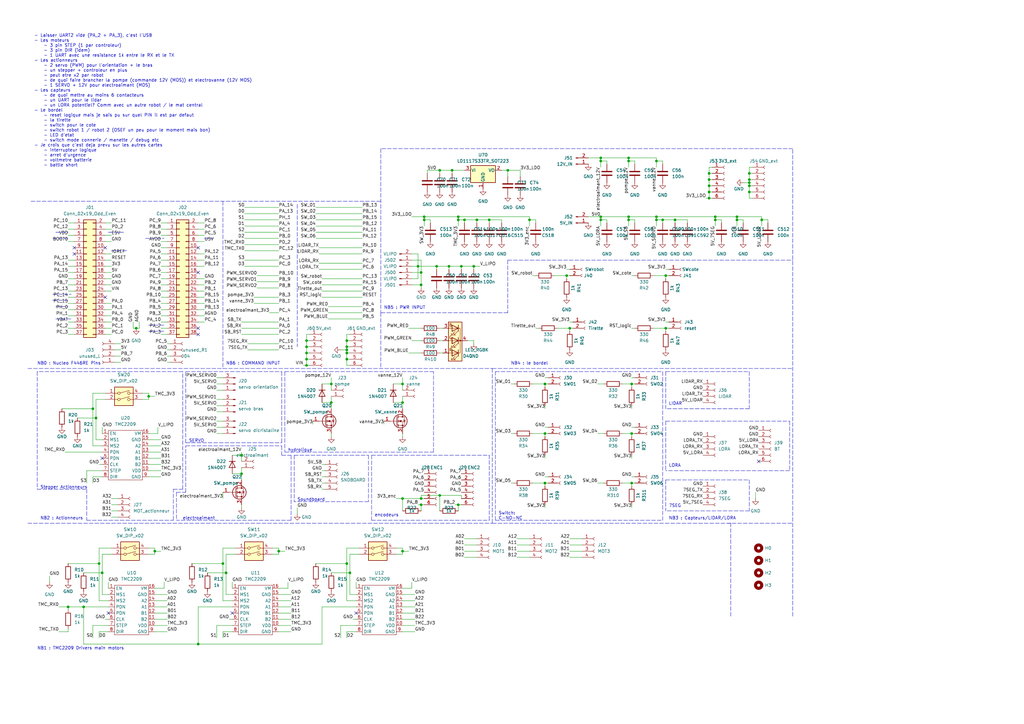
<source format=kicad_sch>
(kicad_sch (version 20211123) (generator eeschema)
  (paper "A3")
  (title_block (title "Carte interconnection") (date "2022-04-17") (rev "V1.0") (company "Pokibot"))
  (junction (at 302.26 88.9))
  (junction (at 223.52 157.48))
  (junction (at 142.24 147.32))
  (junction (at 114.3 226.06))
  (junction (at 307.34 74.93))
  (junction (at 187.96 207.01))
  (junction (at 259.08 157.48))
  (junction (at 259.08 177.8))
  (junction (at 125.73 149.86))
  (junction (at 125.73 144.78))
  (junction (at 290.83 78.74))
  (junction (at 259.08 198.12))
  (junction (at 187.96 88.9))
  (junction (at 27.94 248.92))
  (junction (at 293.37 88.9))
  (junction (at 257.81 66.04))
  (junction (at 142.24 231.14))
  (junction (at 142.24 143.51))
  (junction (at 40.64 231.14))
  (junction (at 307.34 71.12))
  (junction (at 125.73 147.32))
  (junction (at 172.72 116.84))
  (junction (at 63.5 226.06))
  (junction (at 312.42 90.17))
  (junction (at 165.1 157.48))
  (junction (at 290.83 81.28))
  (junction (at 41.91 234.95))
  (junction (at 187.96 90.17))
  (junction (at 135.89 165.1))
  (junction (at 200.66 90.17))
  (junction (at 307.34 73.66))
  (junction (at 142.24 139.7))
  (junction (at 180.34 69.85))
  (junction (at 232.41 113.03))
  (junction (at 269.24 88.9))
  (junction (at 125.73 139.7))
  (junction (at 190.5 90.17))
  (junction (at 180.34 203.2))
  (junction (at 246.38 64.77))
  (junction (at 55.88 134.62))
  (junction (at 91.44 231.14))
  (junction (at 172.72 207.01))
  (junction (at 142.24 142.24))
  (junction (at 165.1 204.47))
  (junction (at 60.96 162.56))
  (junction (at 271.78 90.17))
  (junction (at 194.31 109.22))
  (junction (at 246.38 90.17))
  (junction (at 257.81 90.17))
  (junction (at 172.72 111.76))
  (junction (at 257.81 88.9))
  (junction (at 173.99 90.17))
  (junction (at 246.38 66.04))
  (junction (at 208.28 69.85))
  (junction (at 125.73 142.24))
  (junction (at 290.83 73.66))
  (junction (at 39.37 171.45))
  (junction (at 171.45 109.22))
  (junction (at 246.38 88.9))
  (junction (at 223.52 177.8))
  (junction (at 92.71 234.95))
  (junction (at 269.24 66.04))
  (junction (at 189.23 109.22))
  (junction (at 185.42 69.85))
  (junction (at 269.24 90.17))
  (junction (at 307.34 76.2))
  (junction (at 273.05 113.03))
  (junction (at 290.83 76.2))
  (junction (at 293.37 90.17))
  (junction (at 143.51 234.95))
  (junction (at 165.1 165.1))
  (junction (at 290.83 71.12))
  (junction (at 38.1 167.64))
  (junction (at 195.58 90.17))
  (junction (at 184.15 109.22))
  (junction (at 173.99 88.9))
  (junction (at 257.81 64.77))
  (junction (at 99.06 194.31))
  (junction (at 99.06 186.69))
  (junction (at 223.52 198.12))
  (junction (at 81.28 264.16))
  (junction (at 307.34 78.74))
  (junction (at 217.17 90.17))
  (junction (at 135.89 157.48))
  (junction (at 172.72 204.47))
  (junction (at 142.24 144.78))
  (junction (at 273.05 134.62))
  (junction (at 302.26 90.17))
  (junction (at 233.68 134.62))
  (junction (at 165.1 226.06))
  (junction (at 179.07 109.22))
  (junction (at 34.29 248.92))
  (junction (at 276.86 90.17))
  (no_connect (at 43.18 121.92))
  (no_connect (at 30.48 104.14))
  (no_connect (at 30.48 101.6))
  (no_connect (at 81.28 111.76))
  (no_connect (at 81.28 137.16))
  (no_connect (at 81.28 134.62))
  (no_connect (at 81.28 101.6))
  (no_connect (at 95.25 251.46))
  (no_connect (at 44.45 251.46))
  (no_connect (at 146.05 251.46))
  (no_connect (at 43.18 101.6))
  (no_connect (at 41.91 187.96))
  (no_connect (at 311.15 189.23))
  (wire (pts (xy 129.54 95.25) (xy 148.59 95.25)))
  (wire (pts (xy 134.62 125.73) (xy 148.59 125.73)))
  (wire (pts (xy 63.5 256.54) (xy 68.58 256.54)))
  (wire (pts (xy 66.04 137.16) (xy 68.58 137.16)))
  (wire (pts (xy 171.45 114.3) (xy 171.45 109.22)))
  (wire (pts (xy 217.17 226.06) (xy 212.09 226.06)))
  (wire (pts (xy 24.13 259.08) (xy 27.94 259.08)))
  (wire (pts (xy 40.64 190.5) (xy 41.91 190.5)))
  (wire (pts (xy 91.44 204.47) (xy 91.44 201.93)))
  (wire (pts (xy 304.8 74.93) (xy 307.34 74.93)))
  (wire (pts (xy 96.52 227.33) (xy 92.71 227.33)))
  (wire (pts (xy 81.28 264.16) (xy 132.08 264.16)))
  (wire (pts (xy 81.28 129.54) (xy 83.82 129.54)))
  (polyline (pts (xy 115.57 182.88) (xy 115.57 186.69)))
  (wire (pts (xy 26.67 185.42) (xy 41.91 185.42)))
  (wire (pts (xy 24.13 248.92) (xy 27.94 248.92)))
  (wire (pts (xy 100.33 109.22) (xy 114.3 109.22)))
  (wire (pts (xy 125.73 149.86) (xy 127 149.86)))
  (wire (pts (xy 257.81 64.77) (xy 257.81 66.04)))
  (wire (pts (xy 217.17 220.98) (xy 212.09 220.98)))
  (wire (pts (xy 43.18 106.68) (xy 45.72 106.68)))
  (wire (pts (xy 38.1 256.54) (xy 38.1 261.62)))
  (wire (pts (xy 63.5 243.84) (xy 68.58 243.84)))
  (wire (pts (xy 43.18 161.29) (xy 38.1 161.29)))
  (wire (pts (xy 312.42 90.17) (xy 312.42 92.71)))
  (wire (pts (xy 85.09 234.95) (xy 92.71 234.95)))
  (wire (pts (xy 127 147.32) (xy 125.73 147.32)))
  (polyline (pts (xy 21.59 120.65) (xy 29.21 120.65)))
  (wire (pts (xy 290.83 73.66) (xy 292.1 73.66)))
  (polyline (pts (xy 72.39 201.93) (xy 72.39 213.36)))
  (wire (pts (xy 39.37 180.34) (xy 41.91 180.34)))
  (wire (pts (xy 99.06 191.77) (xy 99.06 194.31)))
  (wire (pts (xy 142.24 144.78) (xy 143.51 144.78)))
  (wire (pts (xy 27.94 127) (xy 30.48 127)))
  (wire (pts (xy 245.11 177.8) (xy 247.65 177.8)))
  (wire (pts (xy 41.91 175.26) (xy 41.91 177.8)))
  (wire (pts (xy 246.38 66.04) (xy 246.38 68.58)))
  (wire (pts (xy 165.1 162.56) (xy 165.1 165.1)))
  (wire (pts (xy 69.85 146.05) (xy 68.58 146.05)))
  (wire (pts (xy 100.33 90.17) (xy 114.3 90.17)))
  (wire (pts (xy 34.29 264.16) (xy 81.28 264.16)))
  (wire (pts (xy 189.23 203.2) (xy 180.34 203.2)))
  (polyline (pts (xy 76.2 181.61) (xy 115.57 181.61)))
  (wire (pts (xy 27.94 248.92) (xy 27.94 250.19)))
  (wire (pts (xy 142.24 224.79) (xy 142.24 231.14)))
  (wire (pts (xy 114.3 251.46) (xy 119.38 251.46)))
  (wire (pts (xy 88.9 154.94) (xy 91.44 154.94)))
  (wire (pts (xy 259.08 186.69) (xy 259.08 187.96)))
  (wire (pts (xy 88.9 175.26) (xy 91.44 175.26)))
  (wire (pts (xy 292.1 78.74) (xy 290.83 78.74)))
  (wire (pts (xy 142.24 143.51) (xy 142.24 144.78)))
  (wire (pts (xy 125.73 144.78) (xy 125.73 142.24)))
  (wire (pts (xy 314.96 90.17) (xy 312.42 90.17)))
  (wire (pts (xy 60.96 180.34) (xy 66.04 180.34)))
  (wire (pts (xy 260.35 67.31) (xy 260.35 66.04)))
  (wire (pts (xy 132.08 119.38) (xy 148.59 119.38)))
  (wire (pts (xy 64.77 175.26) (xy 64.77 177.8)))
  (wire (pts (xy 290.83 76.2) (xy 290.83 78.74)))
  (wire (pts (xy 233.68 134.62) (xy 234.95 134.62)))
  (wire (pts (xy 218.44 198.12) (xy 223.52 198.12)))
  (wire (pts (xy 100.33 92.71) (xy 114.3 92.71)))
  (polyline (pts (xy 76.2 152.4) (xy 115.57 152.4)))
  (wire (pts (xy 255.27 157.48) (xy 259.08 157.48)))
  (wire (pts (xy 187.96 90.17) (xy 187.96 92.71)))
  (wire (pts (xy 38.1 195.58) (xy 41.91 195.58)))
  (wire (pts (xy 63.5 251.46) (xy 68.58 251.46)))
  (wire (pts (xy 147.32 224.79) (xy 142.24 224.79)))
  (wire (pts (xy 302.26 88.9) (xy 302.26 90.17)))
  (polyline (pts (xy 273.05 196.85) (xy 273.05 209.55)))
  (polyline (pts (xy 11.43 214.63) (xy 201.93 214.63)))
  (wire (pts (xy 172.72 204.47) (xy 173.99 204.47)))
  (wire (pts (xy 195.58 90.17) (xy 195.58 91.44)))
  (wire (pts (xy 246.38 64.77) (xy 246.38 66.04)))
  (wire (pts (xy 165.1 226.06) (xy 165.1 227.33)))
  (wire (pts (xy 114.3 248.92) (xy 119.38 248.92)))
  (wire (pts (xy 129.54 231.14) (xy 142.24 231.14)))
  (wire (pts (xy 41.91 243.84) (xy 44.45 243.84)))
  (wire (pts (xy 175.26 71.12) (xy 175.26 69.85)))
  (polyline (pts (xy 116.84 152.4) (xy 177.8 152.4)))
  (wire (pts (xy 194.31 109.22) (xy 196.85 109.22)))
  (wire (pts (xy 162.56 224.79) (xy 165.1 224.79)))
  (polyline (pts (xy 76.2 201.93) (xy 76.2 182.88)))
  (wire (pts (xy 259.08 207.01) (xy 259.08 208.28)))
  (wire (pts (xy 195.58 228.6) (xy 190.5 228.6)))
  (wire (pts (xy 100.33 106.68) (xy 114.3 106.68)))
  (wire (pts (xy 142.24 137.16) (xy 143.51 137.16)))
  (polyline (pts (xy 323.85 193.04) (xy 273.05 193.04)))
  (wire (pts (xy 38.1 161.29) (xy 38.1 167.64)))
  (wire (pts (xy 66.04 114.3) (xy 68.58 114.3)))
  (wire (pts (xy 60.96 182.88) (xy 66.04 182.88)))
  (wire (pts (xy 161.29 165.1) (xy 165.1 165.1)))
  (wire (pts (xy 114.3 226.06) (xy 116.84 226.06)))
  (wire (pts (xy 49.53 140.97) (xy 46.99 140.97)))
  (wire (pts (xy 217.17 223.52) (xy 212.09 223.52)))
  (wire (pts (xy 168.91 116.84) (xy 172.72 116.84)))
  (wire (pts (xy 27.94 119.38) (xy 30.48 119.38)))
  (wire (pts (xy 132.08 121.92) (xy 148.59 121.92)))
  (polyline (pts (xy 323.85 172.72) (xy 323.85 193.04)))
  (wire (pts (xy 114.3 241.3) (xy 118.11 241.3)))
  (polyline (pts (xy 208.28 106.68) (xy 208.28 128.27)))
  (wire (pts (xy 43.18 132.08) (xy 45.72 132.08)))
  (wire (pts (xy 241.3 64.77) (xy 246.38 64.77)))
  (wire (pts (xy 34.29 248.92) (xy 34.29 264.16)))
  (wire (pts (xy 60.96 162.56) (xy 60.96 163.83)))
  (wire (pts (xy 168.91 139.7) (xy 172.72 139.7)))
  (wire (pts (xy 307.34 73.66) (xy 308.61 73.66)))
  (wire (pts (xy 165.1 248.92) (xy 170.18 248.92)))
  (wire (pts (xy 99.06 208.28) (xy 99.06 207.01)))
  (wire (pts (xy 259.08 166.37) (xy 259.08 167.64)))
  (wire (pts (xy 63.5 226.06) (xy 63.5 227.33)))
  (polyline (pts (xy 152.4 186.69) (xy 200.66 186.69)))
  (wire (pts (xy 271.78 91.44) (xy 271.78 90.17)))
  (wire (pts (xy 104.14 121.92) (xy 114.3 121.92)))
  (wire (pts (xy 223.52 186.69) (xy 223.52 187.96)))
  (wire (pts (xy 173.99 90.17) (xy 173.99 92.71)))
  (wire (pts (xy 219.71 134.62) (xy 220.98 134.62)))
  (wire (pts (xy 218.44 157.48) (xy 223.52 157.48)))
  (wire (pts (xy 217.17 228.6) (xy 212.09 228.6)))
  (wire (pts (xy 27.94 114.3) (xy 30.48 114.3)))
  (wire (pts (xy 172.72 207.01) (xy 173.99 207.01)))
  (wire (pts (xy 146.05 238.76) (xy 146.05 241.3)))
  (wire (pts (xy 217.17 90.17) (xy 217.17 92.71)))
  (wire (pts (xy 81.28 109.22) (xy 83.82 109.22)))
  (wire (pts (xy 40.64 224.79) (xy 40.64 231.14)))
  (polyline (pts (xy 271.78 152.4) (xy 271.78 213.36)))
  (wire (pts (xy 246.38 90.17) (xy 246.38 92.71)))
  (wire (pts (xy 186.69 207.01) (xy 187.96 207.01)))
  (wire (pts (xy 27.94 231.14) (xy 40.64 231.14)))
  (wire (pts (xy 132.08 193.04) (xy 133.35 193.04)))
  (wire (pts (xy 27.94 134.62) (xy 30.48 134.62)))
  (wire (pts (xy 81.28 114.3) (xy 83.82 114.3)))
  (wire (pts (xy 314.96 91.44) (xy 314.96 90.17)))
  (wire (pts (xy 130.81 110.49) (xy 148.59 110.49)))
  (polyline (pts (xy 203.2 213.36) (xy 271.78 213.36)))
  (wire (pts (xy 66.04 99.06) (xy 68.58 99.06)))
  (wire (pts (xy 171.45 109.22) (xy 179.07 109.22)))
  (wire (pts (xy 248.92 90.17) (xy 246.38 90.17)))
  (wire (pts (xy 162.56 204.47) (xy 165.1 204.47)))
  (wire (pts (xy 276.86 91.44) (xy 276.86 90.17)))
  (wire (pts (xy 135.89 234.95) (xy 143.51 234.95)))
  (wire (pts (xy 95.25 186.69) (xy 99.06 186.69)))
  (wire (pts (xy 307.34 78.74) (xy 308.61 78.74)))
  (wire (pts (xy 130.81 101.6) (xy 148.59 101.6)))
  (polyline (pts (xy 120.65 186.69) (xy 151.13 186.69)))
  (wire (pts (xy 88.9 160.02) (xy 91.44 160.02)))
  (wire (pts (xy 209.55 157.48) (xy 210.82 157.48)))
  (wire (pts (xy 63.5 224.79) (xy 63.5 226.06)))
  (wire (pts (xy 100.33 102.87) (xy 114.3 102.87)))
  (wire (pts (xy 135.89 162.56) (xy 135.89 165.1)))
  (wire (pts (xy 213.36 72.39) (xy 213.36 69.85)))
  (wire (pts (xy 248.92 66.04) (xy 248.92 67.31)))
  (polyline (pts (xy 201.93 214.63) (xy 325.12 214.63)))
  (wire (pts (xy 209.55 177.8) (xy 210.82 177.8)))
  (wire (pts (xy 290.83 73.66) (xy 290.83 71.12)))
  (wire (pts (xy 269.24 64.77) (xy 269.24 66.04)))
  (wire (pts (xy 260.35 66.04) (xy 257.81 66.04)))
  (wire (pts (xy 259.08 157.48) (xy 260.35 157.48)))
  (wire (pts (xy 142.24 147.32) (xy 143.51 147.32)))
  (wire (pts (xy 81.28 104.14) (xy 83.82 104.14)))
  (wire (pts (xy 66.04 91.44) (xy 68.58 91.44)))
  (polyline (pts (xy 71.12 213.36) (xy 71.12 200.66)))
  (wire (pts (xy 142.24 231.14) (xy 142.24 246.38)))
  (wire (pts (xy 219.71 90.17) (xy 219.71 91.44)))
  (wire (pts (xy 168.91 104.14) (xy 171.45 104.14)))
  (wire (pts (xy 259.08 198.12) (xy 260.35 198.12)))
  (wire (pts (xy 66.04 101.6) (xy 68.58 101.6)))
  (polyline (pts (xy 12.7 82.55) (xy 156.21 82.55)))
  (wire (pts (xy 165.1 243.84) (xy 170.18 243.84)))
  (wire (pts (xy 260.35 90.17) (xy 257.81 90.17)))
  (polyline (pts (xy 299.72 252.73) (xy 299.72 214.63)))
  (wire (pts (xy 99.06 186.69) (xy 99.06 189.23)))
  (wire (pts (xy 54.61 132.08) (xy 54.61 134.62)))
  (wire (pts (xy 66.04 116.84) (xy 68.58 116.84)))
  (wire (pts (xy 200.66 90.17) (xy 205.74 90.17)))
  (wire (pts (xy 308.61 81.28) (xy 307.34 81.28)))
  (wire (pts (xy 208.28 69.85) (xy 208.28 72.39)))
  (wire (pts (xy 20.32 236.22) (xy 20.32 238.76)))
  (wire (pts (xy 114.3 246.38) (xy 119.38 246.38)))
  (wire (pts (xy 227.33 113.03) (xy 232.41 113.03)))
  (wire (pts (xy 290.83 81.28) (xy 292.1 81.28)))
  (wire (pts (xy 105.41 118.11) (xy 114.3 118.11)))
  (wire (pts (xy 60.96 187.96) (xy 66.04 187.96)))
  (polyline (pts (xy 325.12 252.73) (xy 325.12 60.96)))
  (wire (pts (xy 147.32 227.33) (xy 143.51 227.33)))
  (wire (pts (xy 88.9 166.37) (xy 91.44 166.37)))
  (wire (pts (xy 81.28 91.44) (xy 83.82 91.44)))
  (wire (pts (xy 269.24 88.9) (xy 293.37 88.9)))
  (wire (pts (xy 100.33 97.79) (xy 114.3 97.79)))
  (wire (pts (xy 81.28 121.92) (xy 83.82 121.92)))
  (wire (pts (xy 81.28 96.52) (xy 83.82 96.52)))
  (wire (pts (xy 187.96 207.01) (xy 189.23 207.01)))
  (polyline (pts (xy 208.28 128.27) (xy 156.21 128.27)))
  (polyline (pts (xy 15.24 200.66) (xy 35.56 200.66)))
  (wire (pts (xy 66.04 129.54) (xy 68.58 129.54)))
  (polyline (pts (xy 203.2 152.4) (xy 271.78 152.4)))
  (wire (pts (xy 259.08 134.62) (xy 260.35 134.62)))
  (wire (pts (xy 101.6 143.51) (xy 114.3 143.51)))
  (wire (pts (xy 100.33 100.33) (xy 114.3 100.33)))
  (wire (pts (xy 43.18 116.84) (xy 45.72 116.84)))
  (polyline (pts (xy 151.13 186.69) (xy 151.13 205.74)))
  (wire (pts (xy 165.1 204.47) (xy 165.1 209.55)))
  (wire (pts (xy 246.38 64.77) (xy 257.81 64.77)))
  (polyline (pts (xy 273.05 172.72) (xy 273.05 193.04)))
  (wire (pts (xy 257.81 88.9) (xy 257.81 90.17)))
  (wire (pts (xy 144.78 254) (xy 146.05 254)))
  (polyline (pts (xy 91.44 151.13) (xy 201.93 151.13)))
  (wire (pts (xy 81.28 248.92) (xy 95.25 248.92)))
  (wire (pts (xy 267.97 134.62) (xy 273.05 134.62)))
  (wire (pts (xy 246.38 88.9) (xy 246.38 90.17)))
  (polyline (pts (xy 115.57 186.69) (xy 119.38 186.69)))
  (wire (pts (xy 162.56 227.33) (xy 165.1 227.33)))
  (wire (pts (xy 27.94 111.76) (xy 30.48 111.76)))
  (wire (pts (xy 172.72 106.68) (xy 172.72 111.76)))
  (wire (pts (xy 38.1 256.54) (xy 44.45 256.54)))
  (wire (pts (xy 238.76 220.98) (xy 233.68 220.98)))
  (wire (pts (xy 63.5 241.3) (xy 67.31 241.3)))
  (wire (pts (xy 172.72 207.01) (xy 172.72 209.55)))
  (wire (pts (xy 195.58 223.52) (xy 190.5 223.52)))
  (wire (pts (xy 168.91 114.3) (xy 171.45 114.3)))
  (polyline (pts (xy 60.96 133.35) (xy 67.31 133.35)))
  (wire (pts (xy 307.34 74.93) (xy 307.34 73.66)))
  (wire (pts (xy 312.42 88.9) (xy 312.42 90.17)))
  (wire (pts (xy 228.6 134.62) (xy 233.68 134.62)))
  (wire (pts (xy 290.83 76.2) (xy 290.83 73.66)))
  (wire (pts (xy 27.94 124.46) (xy 30.48 124.46)))
  (polyline (pts (xy 45.72 102.87) (xy 52.07 102.87)))
  (wire (pts (xy 309.88 201.93) (xy 309.88 204.47)))
  (wire (pts (xy 43.18 124.46) (xy 45.72 124.46)))
  (wire (pts (xy 105.41 115.57) (xy 114.3 115.57)))
  (polyline (pts (xy 307.34 209.55) (xy 273.05 209.55)))
  (wire (pts (xy 40.64 246.38) (xy 44.45 246.38)))
  (wire (pts (xy 135.89 154.94) (xy 135.89 157.48)))
  (wire (pts (xy 25.4 167.64) (xy 38.1 167.64)))
  (wire (pts (xy 49.53 143.51) (xy 46.99 143.51)))
  (wire (pts (xy 209.55 198.12) (xy 210.82 198.12)))
  (wire (pts (xy 302.26 88.9) (xy 312.42 88.9)))
  (wire (pts (xy 271.78 66.04) (xy 269.24 66.04)))
  (polyline (pts (xy 35.56 213.36) (xy 71.12 213.36)))
  (wire (pts (xy 129.54 85.09) (xy 148.59 85.09)))
  (wire (pts (xy 191.77 139.7) (xy 194.31 139.7)))
  (wire (pts (xy 100.33 87.63) (xy 114.3 87.63)))
  (wire (pts (xy 124.46 149.86) (xy 125.73 149.86)))
  (wire (pts (xy 88.9 163.83) (xy 91.44 163.83)))
  (wire (pts (xy 96.52 224.79) (xy 91.44 224.79)))
  (wire (pts (xy 104.14 124.46) (xy 114.3 124.46)))
  (wire (pts (xy 132.08 157.48) (xy 135.89 157.48)))
  (polyline (pts (xy 116.84 185.42) (xy 177.8 185.42)))
  (wire (pts (xy 27.94 109.22) (xy 30.48 109.22)))
  (polyline (pts (xy 21.59 123.19) (xy 27.94 123.19)))
  (wire (pts (xy 142.24 147.32) (xy 142.24 149.86)))
  (wire (pts (xy 63.5 259.08) (xy 68.58 259.08)))
  (wire (pts (xy 111.76 227.33) (xy 114.3 227.33)))
  (polyline (pts (xy 273.05 152.4) (xy 307.34 152.4)))
  (wire (pts (xy 269.24 88.9) (xy 269.24 90.17)))
  (polyline (pts (xy 119.38 186.69) (xy 119.38 213.36)))
  (wire (pts (xy 43.18 137.16) (xy 45.72 137.16)))
  (wire (pts (xy 129.54 97.79) (xy 148.59 97.79)))
  (wire (pts (xy 66.04 132.08) (xy 68.58 132.08)))
  (wire (pts (xy 295.91 91.44) (xy 295.91 90.17)))
  (wire (pts (xy 190.5 91.44) (xy 190.5 90.17)))
  (wire (pts (xy 157.48 173.99) (xy 157.48 172.72)))
  (wire (pts (xy 304.8 90.17) (xy 302.26 90.17)))
  (wire (pts (xy 27.94 93.98) (xy 30.48 93.98)))
  (wire (pts (xy 219.71 90.17) (xy 217.17 90.17)))
  (wire (pts (xy 165.1 224.79) (xy 165.1 226.06)))
  (wire (pts (xy 91.44 259.08) (xy 91.44 261.62)))
  (wire (pts (xy 43.18 111.76) (xy 45.72 111.76)))
  (wire (pts (xy 55.88 134.62) (xy 54.61 134.62)))
  (polyline (pts (xy 156.21 128.27) (xy 156.21 151.13)))
  (wire (pts (xy 271.78 67.31) (xy 271.78 66.04)))
  (wire (pts (xy 95.25 194.31) (xy 99.06 194.31)))
  (wire (pts (xy 99.06 132.08) (xy 114.3 132.08)))
  (wire (pts (xy 43.18 163.83) (xy 39.37 163.83)))
  (wire (pts (xy 139.7 256.54) (xy 146.05 256.54)))
  (polyline (pts (xy 273.05 196.85) (xy 307.34 196.85)))
  (wire (pts (xy 27.94 99.06) (xy 30.48 99.06)))
  (polyline (pts (xy 156.21 60.96) (xy 156.21 128.27)))
  (wire (pts (xy 165.1 251.46) (xy 170.18 251.46)))
  (wire (pts (xy 255.27 198.12) (xy 259.08 198.12)))
  (wire (pts (xy 223.52 157.48) (xy 223.52 158.75)))
  (wire (pts (xy 132.08 195.58) (xy 133.35 195.58)))
  (polyline (pts (xy 119.38 213.36) (xy 72.39 213.36)))
  (wire (pts (xy 43.18 134.62) (xy 45.72 134.62)))
  (polyline (pts (xy 76.2 182.88) (xy 115.57 182.88)))
  (wire (pts (xy 259.08 177.8) (xy 260.35 177.8)))
  (wire (pts (xy 91.44 246.38) (xy 95.25 246.38)))
  (polyline (pts (xy 71.12 200.66) (xy 74.93 200.66)))
  (wire (pts (xy 34.29 248.92) (xy 44.45 248.92)))
  (wire (pts (xy 45.72 209.55) (xy 48.26 209.55)))
  (wire (pts (xy 290.83 71.12) (xy 292.1 71.12)))
  (wire (pts (xy 43.18 96.52) (xy 45.72 96.52)))
  (wire (pts (xy 91.44 259.08) (xy 95.25 259.08)))
  (wire (pts (xy 257.81 90.17) (xy 257.81 92.71)))
  (wire (pts (xy 41.91 227.33) (xy 41.91 234.95)))
  (wire (pts (xy 165.1 256.54) (xy 170.18 256.54)))
  (wire (pts (xy 180.34 69.85) (xy 185.42 69.85)))
  (wire (pts (xy 55.88 134.62) (xy 57.15 134.62)))
  (polyline (pts (xy 91.44 82.55) (xy 91.44 151.13)))
  (wire (pts (xy 165.1 246.38) (xy 170.18 246.38)))
  (wire (pts (xy 60.96 185.42) (xy 66.04 185.42)))
  (wire (pts (xy 125.73 142.24) (xy 125.73 139.7)))
  (polyline (pts (xy 201.93 151.13) (xy 325.12 151.13)))
  (wire (pts (xy 176.53 90.17) (xy 176.53 91.44)))
  (wire (pts (xy 213.36 69.85) (xy 208.28 69.85)))
  (wire (pts (xy 129.54 92.71) (xy 148.59 92.71)))
  (wire (pts (xy 223.52 207.01) (xy 223.52 208.28)))
  (wire (pts (xy 88.9 157.48) (xy 91.44 157.48)))
  (wire (pts (xy 233.68 132.08) (xy 234.95 132.08)))
  (wire (pts (xy 60.96 195.58) (xy 66.04 195.58)))
  (wire (pts (xy 43.18 91.44) (xy 45.72 91.44)))
  (wire (pts (xy 45.72 227.33) (xy 41.91 227.33)))
  (polyline (pts (xy 120.65 186.69) (xy 120.65 205.74)))
  (wire (pts (xy 58.42 161.29) (xy 60.96 161.29)))
  (wire (pts (xy 125.73 144.78) (xy 125.73 147.32)))
  (wire (pts (xy 142.24 142.24) (xy 143.51 142.24)))
  (wire (pts (xy 142.24 259.08) (xy 142.24 261.62)))
  (wire (pts (xy 99.06 185.42) (xy 99.06 186.69)))
  (wire (pts (xy 168.91 109.22) (xy 171.45 109.22)))
  (wire (pts (xy 45.72 204.47) (xy 48.26 204.47)))
  (wire (pts (xy 180.34 203.2) (xy 172.72 203.2)))
  (wire (pts (xy 125.73 137.16) (xy 127 137.16)))
  (wire (pts (xy 95.25 238.76) (xy 95.25 241.3)))
  (polyline (pts (xy 115.57 152.4) (xy 115.57 181.61)))
  (polyline (pts (xy 35.56 200.66) (xy 35.56 213.36)))
  (wire (pts (xy 43.18 93.98) (xy 45.72 93.98)))
  (wire (pts (xy 66.04 121.92) (xy 68.58 121.92)))
  (polyline (pts (xy 201.93 151.13) (xy 201.93 214.63)))
  (wire (pts (xy 179.07 109.22) (xy 184.15 109.22)))
  (wire (pts (xy 307.34 68.58) (xy 308.61 68.58)))
  (wire (pts (xy 142.24 144.78) (xy 142.24 147.32)))
  (wire (pts (xy 39.37 163.83) (xy 39.37 171.45)))
  (polyline (pts (xy 307.34 196.85) (xy 307.34 209.55)))
  (polyline (pts (xy 22.86 130.81) (xy 29.21 130.81)))
  (wire (pts (xy 179.07 109.22) (xy 179.07 110.49)))
  (polyline (pts (xy 325.12 60.96) (xy 156.21 60.96)))
  (polyline (pts (xy 74.93 152.4) (xy 15.24 152.4)))
  (wire (pts (xy 223.52 198.12) (xy 223.52 199.39)))
  (wire (pts (xy 46.99 148.59) (xy 49.53 148.59)))
  (wire (pts (xy 165.1 204.47) (xy 172.72 204.47)))
  (wire (pts (xy 114.3 254) (xy 119.38 254)))
  (wire (pts (xy 190.5 90.17) (xy 195.58 90.17)))
  (wire (pts (xy 223.52 175.26) (xy 224.79 175.26)))
  (wire (pts (xy 45.72 207.01) (xy 48.26 207.01)))
  (wire (pts (xy 99.06 194.31) (xy 99.06 196.85)))
  (wire (pts (xy 27.94 106.68) (xy 30.48 106.68)))
  (wire (pts (xy 66.04 124.46) (xy 68.58 124.46)))
  (wire (pts (xy 245.11 198.12) (xy 247.65 198.12)))
  (wire (pts (xy 66.04 106.68) (xy 68.58 106.68)))
  (wire (pts (xy 189.23 109.22) (xy 189.23 110.49)))
  (wire (pts (xy 88.9 168.91) (xy 91.44 168.91)))
  (wire (pts (xy 307.34 73.66) (xy 307.34 71.12)))
  (wire (pts (xy 81.28 119.38) (xy 83.82 119.38)))
  (polyline (pts (xy 44.45 95.25) (xy 50.8 95.25)))
  (wire (pts (xy 46.99 146.05) (xy 49.53 146.05)))
  (wire (pts (xy 218.44 113.03) (xy 219.71 113.03)))
  (wire (pts (xy 38.1 195.58) (xy 38.1 198.12)))
  (wire (pts (xy 91.44 224.79) (xy 91.44 231.14)))
  (wire (pts (xy 27.94 121.92) (xy 30.48 121.92)))
  (wire (pts (xy 307.34 78.74) (xy 307.34 81.28)))
  (wire (pts (xy 43.18 127) (xy 45.72 127)))
  (wire (pts (xy 143.51 149.86) (xy 142.24 149.86)))
  (wire (pts (xy 134.62 130.81) (xy 148.59 130.81)))
  (wire (pts (xy 121.92 208.28) (xy 121.92 210.82)))
  (wire (pts (xy 129.54 87.63) (xy 148.59 87.63)))
  (wire (pts (xy 176.53 90.17) (xy 173.99 90.17)))
  (wire (pts (xy 66.04 134.62) (xy 68.58 134.62)))
  (polyline (pts (xy 11.43 151.13) (xy 91.44 151.13)))
  (wire (pts (xy 259.08 198.12) (xy 259.08 199.39)))
  (wire (pts (xy 63.5 248.92) (xy 68.58 248.92)))
  (wire (pts (xy 255.27 177.8) (xy 259.08 177.8)))
  (wire (pts (xy 134.62 128.27) (xy 148.59 128.27)))
  (wire (pts (xy 142.24 143.51) (xy 142.24 142.24)))
  (wire (pts (xy 132.08 114.3) (xy 148.59 114.3)))
  (polyline (pts (xy 121.92 83.82) (xy 121.92 142.24)))
  (polyline (pts (xy 116.84 152.4) (xy 116.84 185.42)))
  (wire (pts (xy 81.28 127) (xy 83.82 127)))
  (polyline (pts (xy 22.86 125.73) (xy 27.94 125.73)))
  (wire (pts (xy 223.52 195.58) (xy 224.79 195.58)))
  (wire (pts (xy 232.41 113.03) (xy 232.41 114.3)))
  (wire (pts (xy 125.73 142.24) (xy 127 142.24)))
  (wire (pts (xy 223.52 177.8) (xy 223.52 179.07)))
  (wire (pts (xy 184.15 109.22) (xy 184.15 110.49)))
  (wire (pts (xy 114.3 224.79) (xy 114.3 226.06)))
  (wire (pts (xy 40.64 259.08) (xy 44.45 259.08)))
  (wire (pts (xy 135.89 179.07) (xy 135.89 177.8)))
  (wire (pts (xy 58.42 163.83) (xy 60.96 163.83)))
  (wire (pts (xy 41.91 234.95) (xy 41.91 243.84)))
  (wire (pts (xy 40.64 259.08) (xy 40.64 261.62)))
  (wire (pts (xy 223.52 177.8) (xy 224.79 177.8)))
  (wire (pts (xy 27.94 248.92) (xy 34.29 248.92)))
  (wire (pts (xy 195.58 226.06) (xy 190.5 226.06)))
  (polyline (pts (xy 307.34 167.64) (xy 273.05 167.64)))
  (wire (pts (xy 38.1 167.64) (xy 38.1 182.88)))
  (wire (pts (xy 99.06 134.62) (xy 114.3 134.62)))
  (polyline (pts (xy 200.66 213.36) (xy 200.66 186.69)))
  (wire (pts (xy 60.96 193.04) (xy 66.04 193.04)))
  (wire (pts (xy 195.58 90.17) (xy 200.66 90.17)))
  (wire (pts (xy 273.05 132.08) (xy 274.32 132.08)))
  (wire (pts (xy 132.08 198.12) (xy 133.35 198.12)))
  (polyline (pts (xy 15.24 152.4) (xy 15.24 200.66)))
  (wire (pts (xy 185.42 71.12) (xy 185.42 69.85)))
  (polyline (pts (xy 22.86 95.25) (xy 27.94 95.25)))
  (wire (pts (xy 165.1 179.07) (xy 165.1 177.8)))
  (polyline (pts (xy 299.72 214.63) (xy 298.45 214.63)))
  (wire (pts (xy 27.94 132.08) (xy 30.48 132.08)))
  (wire (pts (xy 81.28 99.06) (xy 83.82 99.06)))
  (wire (pts (xy 165.1 165.1) (xy 165.1 167.64)))
  (wire (pts (xy 259.08 154.94) (xy 260.35 154.94)))
  (wire (pts (xy 45.72 224.79) (xy 40.64 224.79)))
  (wire (pts (xy 60.96 190.5) (xy 66.04 190.5)))
  (wire (pts (xy 189.23 109.22) (xy 194.31 109.22)))
  (wire (pts (xy 293.37 90.17) (xy 293.37 92.71)))
  (wire (pts (xy 43.18 99.06) (xy 45.72 99.06)))
  (wire (pts (xy 125.73 144.78) (xy 127 144.78)))
  (wire (pts (xy 66.04 119.38) (xy 68.58 119.38)))
  (wire (pts (xy 232.41 110.49) (xy 233.68 110.49)))
  (wire (pts (xy 43.18 254) (xy 44.45 254)))
  (wire (pts (xy 66.04 111.76) (xy 68.58 111.76)))
  (wire (pts (xy 238.76 223.52) (xy 233.68 223.52)))
  (wire (pts (xy 60.96 224.79) (xy 63.5 224.79)))
  (wire (pts (xy 194.31 109.22) (xy 194.31 110.49)))
  (wire (pts (xy 81.28 93.98) (xy 83.82 93.98)))
  (wire (pts (xy 273.05 113.03) (xy 274.32 113.03)))
  (wire (pts (xy 276.86 90.17) (xy 271.78 90.17)))
  (wire (pts (xy 68.58 148.59) (xy 69.85 148.59)))
  (wire (pts (xy 273.05 110.49) (xy 274.32 110.49)))
  (wire (pts (xy 60.96 162.56) (xy 63.5 162.56)))
  (wire (pts (xy 88.9 172.72) (xy 91.44 172.72)))
  (wire (pts (xy 114.3 259.08) (xy 119.38 259.08)))
  (wire (pts (xy 276.86 90.17) (xy 281.94 90.17)))
  (wire (pts (xy 101.6 140.97) (xy 114.3 140.97)))
  (wire (pts (xy 60.96 161.29) (xy 60.96 162.56)))
  (wire (pts (xy 273.05 113.03) (xy 273.05 114.3)))
  (wire (pts (xy 38.1 182.88) (xy 41.91 182.88)))
  (wire (pts (xy 88.9 256.54) (xy 88.9 261.62)))
  (wire (pts (xy 81.28 132.08) (xy 83.82 132.08)))
  (wire (pts (xy 81.28 116.84) (xy 83.82 116.84)))
  (wire (pts (xy 130.81 104.14) (xy 148.59 104.14)))
  (wire (pts (xy 111.76 224.79) (xy 114.3 224.79)))
  (wire (pts (xy 187.96 88.9) (xy 217.17 88.9)))
  (wire (pts (xy 60.96 227.33) (xy 63.5 227.33)))
  (wire (pts (xy 132.08 165.1) (xy 135.89 165.1)))
  (wire (pts (xy 289.56 81.28) (xy 290.83 81.28)))
  (wire (pts (xy 217.17 88.9) (xy 217.17 90.17)))
  (wire (pts (xy 132.08 116.84) (xy 148.59 116.84)))
  (wire (pts (xy 307.34 76.2) (xy 307.34 78.74)))
  (wire (pts (xy 27.94 137.16) (xy 30.48 137.16)))
  (wire (pts (xy 69.85 143.51) (xy 68.58 143.51)))
  (wire (pts (xy 172.72 203.2) (xy 172.72 204.47)))
  (polyline (pts (xy 152.4 213.36) (xy 200.66 213.36)))
  (wire (pts (xy 165.1 157.48) (xy 165.1 160.02)))
  (wire (pts (xy 171.45 207.01) (xy 172.72 207.01)))
  (wire (pts (xy 257.81 88.9) (xy 269.24 88.9)))
  (wire (pts (xy 187.96 207.01) (xy 187.96 209.55)))
  (wire (pts (xy 223.52 166.37) (xy 223.52 167.64)))
  (wire (pts (xy 43.18 104.14) (xy 45.72 104.14)))
  (polyline (pts (xy 59.69 97.79) (xy 67.31 97.79)))
  (wire (pts (xy 57.15 132.08) (xy 57.15 134.62)))
  (wire (pts (xy 189.23 204.47) (xy 189.23 203.2)))
  (wire (pts (xy 168.91 106.68) (xy 172.72 106.68)))
  (polyline (pts (xy 203.2 213.36) (xy 203.2 152.4)))
  (wire (pts (xy 180.34 69.85) (xy 180.34 71.12)))
  (wire (pts (xy 165.1 226.06) (xy 167.64 226.06)))
  (wire (pts (xy 43.18 109.22) (xy 45.72 109.22)))
  (wire (pts (xy 125.73 147.32) (xy 125.73 149.86)))
  (wire (pts (xy 223.52 157.48) (xy 224.79 157.48)))
  (wire (pts (xy 173.99 88.9) (xy 173.99 90.17)))
  (wire (pts (xy 269.24 66.04) (xy 269.24 68.58)))
  (wire (pts (xy 293.37 88.9) (xy 293.37 90.17)))
  (wire (pts (xy 205.74 90.17) (xy 205.74 91.44)))
  (polyline (pts (xy 177.8 185.42) (xy 177.8 152.4)))
  (polyline (pts (xy 273.05 152.4) (xy 273.05 167.64)))
  (wire (pts (xy 99.06 137.16) (xy 114.3 137.16)))
  (wire (pts (xy 218.44 177.8) (xy 223.52 177.8)))
  (wire (pts (xy 172.72 111.76) (xy 172.72 116.84)))
  (wire (pts (xy 205.74 69.85) (xy 208.28 69.85)))
  (wire (pts (xy 168.91 111.76) (xy 172.72 111.76)))
  (wire (pts (xy 281.94 91.44) (xy 281.94 90.17)))
  (wire (pts (xy 273.05 134.62) (xy 274.32 134.62)))
  (wire (pts (xy 175.26 69.85) (xy 180.34 69.85)))
  (wire (pts (xy 165.1 154.94) (xy 165.1 157.48)))
  (wire (pts (xy 172.72 116.84) (xy 172.72 118.11)))
  (wire (pts (xy 43.18 119.38) (xy 45.72 119.38)))
  (wire (pts (xy 132.08 264.16) (xy 132.08 248.92)))
  (wire (pts (xy 132.08 200.66) (xy 133.35 200.66)))
  (wire (pts (xy 139.7 256.54) (xy 139.7 261.62)))
  (wire (pts (xy 92.71 243.84) (xy 95.25 243.84)))
  (polyline (pts (xy 83.82 97.79) (xy 87.63 97.79)))
  (wire (pts (xy 165.1 241.3) (xy 168.91 241.3)))
  (wire (pts (xy 238.76 226.06) (xy 233.68 226.06)))
  (wire (pts (xy 187.96 88.9) (xy 187.96 90.17)))
  (wire (pts (xy 92.71 234.95) (xy 92.71 243.84)))
  (wire (pts (xy 195.58 220.98) (xy 190.5 220.98)))
  (wire (pts (xy 132.08 248.92) (xy 146.05 248.92)))
  (wire (pts (xy 142.24 259.08) (xy 146.05 259.08)))
  (wire (pts (xy 128.27 173.99) (xy 128.27 172.72)))
  (wire (pts (xy 129.54 90.17) (xy 148.59 90.17)))
  (wire (pts (xy 66.04 96.52) (xy 68.58 96.52)))
  (wire (pts (xy 27.94 257.81) (xy 27.94 259.08)))
  (wire (pts (xy 63.5 226.06) (xy 66.04 226.06)))
  (wire (pts (xy 271.78 90.17) (xy 269.24 90.17)))
  (wire (pts (xy 31.75 171.45) (xy 39.37 171.45)))
  (wire (pts (xy 223.52 198.12) (xy 224.79 198.12)))
  (wire (pts (xy 269.24 90.17) (xy 269.24 92.71)))
  (wire (pts (xy 100.33 85.09) (xy 114.3 85.09)))
  (wire (pts (xy 165.1 259.08) (xy 170.18 259.08)))
  (wire (pts (xy 293.37 88.9) (xy 302.26 88.9)))
  (wire (pts (xy 66.04 127) (xy 68.58 127)))
  (wire (pts (xy 105.41 113.03) (xy 114.3 113.03)))
  (wire (pts (xy 165.1 254) (xy 170.18 254)))
  (polyline (pts (xy 74.93 200.66) (xy 74.93 152.4)))
  (wire (pts (xy 248.92 90.17) (xy 248.92 91.44)))
  (wire (pts (xy 114.3 226.06) (xy 114.3 227.33)))
  (wire (pts (xy 67.31 238.76) (xy 67.31 241.3)))
  (wire (pts (xy 66.04 109.22) (xy 68.58 109.22)))
  (wire (pts (xy 142.24 139.7) (xy 143.51 139.7)))
  (wire (pts (xy 143.51 243.84) (xy 146.05 243.84)))
  (wire (pts (xy 100.33 95.25) (xy 114.3 95.25)))
  (wire (pts (xy 118.11 238.76) (xy 118.11 241.3)))
  (wire (pts (xy 184.15 109.22) (xy 189.23 109.22)))
  (wire (pts (xy 143.51 227.33) (xy 143.51 234.95)))
  (wire (pts (xy 273.05 134.62) (xy 273.05 135.89)))
  (wire (pts (xy 35.56 193.04) (xy 35.56 198.12)))
  (wire (pts (xy 295.91 90.17) (xy 293.37 90.17)))
  (wire (pts (xy 260.35 91.44) (xy 260.35 90.17)))
  (wire (pts (xy 259.08 177.8) (xy 259.08 179.07)))
  (wire (pts (xy 259.08 157.48) (xy 259.08 158.75)))
  (wire (pts (xy 307.34 71.12) (xy 308.61 71.12)))
  (wire (pts (xy 43.18 129.54) (xy 45.72 129.54)))
  (wire (pts (xy 168.91 88.9) (xy 173.99 88.9)))
  (wire (pts (xy 92.71 227.33) (xy 92.71 234.95)))
  (wire (pts (xy 180.34 139.7) (xy 181.61 139.7)))
  (wire (pts (xy 259.08 113.03) (xy 260.35 113.03)))
  (polyline (pts (xy 273.05 172.72) (xy 323.85 172.72)))
  (wire (pts (xy 190.5 90.17) (xy 187.96 90.17)))
  (wire (pts (xy 130.81 107.95) (xy 148.59 107.95)))
  (wire (pts (xy 27.94 116.84) (xy 30.48 116.84)))
  (wire (pts (xy 257.81 66.04) (xy 257.81 68.58)))
  (wire (pts (xy 167.64 134.62) (xy 172.72 134.62)))
  (wire (pts (xy 66.04 104.14) (xy 68.58 104.14)))
  (wire (pts (xy 307.34 71.12) (xy 307.34 68.58)))
  (wire (pts (xy 63.5 254) (xy 68.58 254)))
  (wire (pts (xy 173.99 88.9) (xy 187.96 88.9)))
  (polyline (pts (xy 152.4 186.69) (xy 152.4 213.36)))
  (wire (pts (xy 63.5 246.38) (xy 68.58 246.38)))
  (wire (pts (xy 232.41 113.03) (xy 233.68 113.03)))
  (wire (pts (xy 34.29 234.95) (xy 41.91 234.95)))
  (wire (pts (xy 248.92 66.04) (xy 246.38 66.04)))
  (wire (pts (xy 81.28 264.16) (xy 81.28 248.92)))
  (wire (pts (xy 110.49 128.27) (xy 114.3 128.27)))
  (wire (pts (xy 167.64 144.78) (xy 172.72 144.78)))
  (polyline (pts (xy 76.2 181.61) (xy 76.2 152.4)))
  (wire (pts (xy 43.18 114.3) (xy 45.72 114.3)))
  (wire (pts (xy 161.29 157.48) (xy 165.1 157.48)))
  (wire (pts (xy 233.68 134.62) (xy 233.68 135.89)))
  (wire (pts (xy 27.94 96.52) (xy 30.48 96.52)))
  (wire (pts (xy 168.91 238.76) (xy 168.91 241.3)))
  (wire (pts (xy 241.3 88.9) (xy 246.38 88.9)))
  (wire (pts (xy 93.98 254) (xy 95.25 254)))
  (wire (pts (xy 39.37 171.45) (xy 39.37 180.34)))
  (polyline (pts (xy 208.28 106.68) (xy 325.12 106.68)))
  (wire (pts (xy 142.24 139.7) (xy 142.24 137.16)))
  (wire (pts (xy 132.08 190.5) (xy 133.35 190.5)))
  (wire (pts (xy 69.85 140.97) (xy 68.58 140.97)))
  (wire (pts (xy 267.97 113.03) (xy 273.05 113.03)))
  (wire (pts (xy 91.44 231.14) (xy 91.44 246.38)))
  (wire (pts (xy 142.24 142.24) (xy 142.24 139.7)))
  (wire (pts (xy 180.34 134.62) (xy 181.61 134.62)))
  (polyline (pts (xy 72.39 201.93) (xy 76.2 201.93)))
  (wire (pts (xy 245.11 157.48) (xy 247.65 157.48)))
  (wire (pts (xy 125.73 139.7) (xy 127 139.7)))
  (wire (pts (xy 81.28 124.46) (xy 83.82 124.46)))
  (wire (pts (xy 44.45 238.76) (xy 44.45 241.3)))
  (polyline (pts (xy 151.13 205.74) (xy 120.65 205.74)))
  (wire (pts (xy 45.72 212.09) (xy 48.26 212.09)))
  (wire (pts (xy 135.89 157.48) (xy 135.89 160.02)))
  (wire (pts (xy 290.83 76.2) (xy 292.1 76.2)))
  (polyline (pts (xy 60.96 135.89) (xy 67.31 135.89)))
  (wire (pts (xy 307.34 74.93) (xy 307.34 76.2)))
  (wire (pts (xy 40.64 231.14) (xy 40.64 246.38)))
  (wire (pts (xy 180.34 144.78) (xy 181.61 144.78)))
  (wire (pts (xy 66.04 93.98) (xy 68.58 93.98)))
  (wire (pts (xy 307.34 76.2) (xy 308.61 76.2)))
  (wire (pts (xy 125.73 139.7) (xy 125.73 137.16)))
  (wire (pts (xy 246.38 88.9) (xy 257.81 88.9)))
  (wire (pts (xy 185.42 69.85) (xy 190.5 69.85)))
  (wire (pts (xy 194.31 139.7) (xy 194.31 140.97)))
  (wire (pts (xy 302.26 90.17) (xy 302.26 92.71)))
  (wire (pts (xy 27.94 129.54) (xy 30.48 129.54)))
  (wire (pts (xy 60.96 177.8) (xy 64.77 177.8)))
  (wire (pts (xy 27.94 91.44) (xy 30.48 91.44)))
  (wire (pts (xy 139.7 143.51) (xy 142.24 143.51)))
  (wire (pts (xy 135.89 165.1) (xy 135.89 167.64)))
  (wire (pts (xy 142.24 246.38) (xy 146.05 246.38)))
  (wire (pts (xy 257.81 64.77) (xy 269.24 64.77)))
  (wire (pts (xy 171.45 104.14) (xy 171.45 109.22)))
  (wire (pts (xy 81.28 106.68) (xy 83.82 106.68)))
  (polyline (pts (xy 307.34 152.4) (xy 307.34 167.64)))
  (wire (pts (xy 180.34 203.2) (xy 180.34 209.55)))
  (wire (pts (xy 304.8 91.44) (xy 304.8 90.17)))
  (wire (pts (xy 35.56 193.04) (xy 41.91 193.04)))
  (wire (pts (xy 290.83 71.12) (xy 290.83 68.58)))
  (wire (pts (xy 200.66 90.17) (xy 200.66 91.44)))
  (wire (pts (xy 238.76 228.6) (xy 233.68 228.6)))
  (wire (pts (xy 88.9 177.8) (xy 91.44 177.8)))
  (wire (pts (xy 114.3 243.84) (xy 119.38 243.84)))
  (wire (pts (xy 259.08 175.26) (xy 260.35 175.26)))
  (wire (pts (xy 88.9 256.54) (xy 95.25 256.54)))
  (wire (pts (xy 259.08 195.58) (xy 260.35 195.58)))
  (wire (pts (xy 290.83 78.74) (xy 290.83 81.28)))
  (polyline (pts (xy 21.59 97.79) (xy 27.94 97.79)))
  (wire (pts (xy 143.51 234.95) (xy 143.51 243.84)))
  (wire (pts (xy 290.83 68.58) (xy 292.1 68.58)))
  (wire (pts (xy 114.3 256.54) (xy 119.38 256.54)))
  (wire (pts (xy 223.52 154.94) (xy 224.79 154.94)))
  (wire (pts (xy 78.74 231.14) (xy 91.44 231.14)))
  (text "NB1 : TMC2209 Drivers main motors" (at 15.24 266.7 0) (effects (font (size 1.27 1.27)) (justify left bottom)))
  (text "NB0 : Nucleo F446RE Pins" (at 15.24 149.86 0) (effects (font (size 1.27 1.27)) (justify left bottom)))
  (text "NB3 : Capteurs/LIDAR/LORA" (at 274.32 213.36 0) (effects (font (size 1.27 1.27)) (justify left bottom)))
  (text "LIDAR" (at 274.32 166.37 0) (effects (font (size 1.27 1.27)) (justify left bottom)))
  (text "NB6 : COMMAND INPUT" (at 92.71 149.86 0) (effects (font (size 1.27 1.27)) (justify left bottom)))
  (text "Switch:\nC-NO-NC" (at 204.47 213.36 0) (effects (font (size 1.27 1.27)) (justify left bottom)))
  (text "SERVO" (at 77.47 181.61 0) (effects (font (size 1.27 1.27)) (justify left bottom)))
  (text "NB2 : Actionneurs" (at 16.51 213.36 0) (effects (font (size 1.27 1.27)) (justify left bottom)))
  (text "hydrolique" (at 118.11 185.42 0) (effects (font (size 1.27 1.27)) (justify left bottom)))
  (text "NB4 : le bordel" (at 209.55 149.86 0) (effects (font (size 1.27 1.27)) (justify left bottom)))
  (text "NB5 : PWR INPUT" (at 157.48 127 0) (effects (font (size 1.27 1.27)) (justify left bottom)))
  (text "Stepper Actionneurs" (at 16.51 200.66 0) (effects (font (size 1.27 1.27)) (justify left bottom)))
  (text "Soundboard" (at 121.92 205.74 0) (effects (font (size 1.27 1.27)) (justify left bottom)))
  (text "7SEG\n" (at 274.32 208.28 0) (effects (font (size 1.27 1.27)) (justify left bottom)))
  (text "electroaimant" (at 74.93 213.36 0) (effects (font (size 1.27 1.27)) (justify left bottom)))
  (text "encodeurs" (at 153.67 212.09 0) (effects (font (size 1.27 1.27)) (justify left bottom)))
  (text "- Laisser UART2 vide (PA_2 + PA_3), c'est l'USB\n- Les moteurs\n    - 3 pin STEP (1 par controleur)\n    - 3 pin DIR (idem)\n    - 1 UART avec une resistance 1k entre le RX et le TX\n- Les actionneurs\n    - 2 servo (PWM) pour l'orientation + le bras\n    - un stepper + controleur en plus\n    - peut etre x2 par robot\n    - de quoi faire brancher la pompe (commande 12V (MOS)) et electrovanne (12V MOS)  \n    - 1 SERVO + 12V pour electroaimant (MOS) \n- Les capteurs\n    - de quoi mettre au moins 6 contacteurs\n    - un UART pour le lidar\n    - un LORA potentiel? Comm avec un autre robot / le mat central\n- Le bordel\n    - reset logique mais je sais pu sur quel PIN il est par defaut\n    - la tirette\n    - switch pour le cote\n    - switch robot 1 / robot 2 (OSEF un peu pour le moment mais bon)\n    - LED d'etat\n    - switch mode connerie / manette / debug etc\n- Je crois que c'est deja prevu sur les autres cartes\n    - interrupteur logique\n    - arret d'urgence\n    - voltmetre batterie\n    - battle short" (at 13.97 68.58 0) (effects (font (size 1.27 1.27)) (justify left bottom)))
  (text "LORA" (at 274.32 191.77 0) (effects (font (size 1.27 1.27)) (justify left bottom)))
  (label "SB_TX" (at 132.08 198.12 180))
  (label "SB_RST" (at 99.06 137.16 180))
  (label "AVDD" (at 66.04 99.06 180))
  (label "pompe_3V3" (at 128.27 173.99 180))
  (label "pompe_12V" (at 257.81 68.58 270))
  (label "GND" (at 27.94 114.3 180))
  (label "PC_2" (at 114.3 137.16 0))
  (label "SW_cote" (at 132.08 116.84 180))
  (label "3V3" (at 45.72 109.22 0))
  (label "LIDAR_TX" (at 130.81 101.6 180))
  (label "PA_14" (at 27.94 109.22 180))
  (label "PB_12" (at 83.82 109.22 0))
  (label "PH_0" (at 27.94 127 180))
  (label "GND" (at 83.82 114.3 0))
  (label "A21" (at 170.18 248.92 0))
  (label "VIN" (at 302.26 92.71 270))
  (label "pompe_12V" (at 135.89 154.94 180))
  (label "SW_01" (at 129.54 85.09 180))
  (label "PWM_GREEN" (at 168.91 139.7 180))
  (label "GND" (at 144.78 254 180))
  (label "PB_9" (at 66.04 96.52 180))
  (label "PC_9" (at 66.04 91.44 180))
  (label "B11" (at 212.09 226.06 180))
  (label "GND" (at 309.88 201.93 0))
  (label "PC_8" (at 148.59 128.27 0))
  (label "5V_LIDAR" (at 288.29 165.1 180))
  (label "PA_1" (at 45.72 127 0))
  (label "GND" (at 119.38 259.08 0))
  (label "VBAT" (at 27.94 132.08 180))
  (label "GND" (at 66.04 180.34 0))
  (label "V_LIPO" (at 168.91 238.76 0))
  (label "TMC_3V3" (at 66.04 226.06 0))
  (label "SW_3V3" (at 259.08 187.96 180))
  (label "A02" (at 68.58 246.38 0))
  (label "PC_14" (at 27.94 121.92 180))
  (label "7SEG_RX" (at 101.6 140.97 180))
  (label "A11" (at 212.09 223.52 180))
  (label "PWM_SERVO2" (at 105.41 118.11 180))
  (label "SW_3V3" (at 223.52 167.64 180))
  (label "PC_4" (at 83.82 132.08 0))
  (label "GND" (at 45.72 114.3 0))
  (label "PB_5" (at 66.04 127 180))
  (label "S1" (at 100.33 90.17 180))
  (label "PA_9" (at 148.59 104.14 0))
  (label "GND" (at 288.29 199.39 180))
  (label "PC_13" (at 27.94 119.38 180))
  (label "V_LIPO" (at 118.11 238.76 0))
  (label "PA_6" (at 66.04 106.68 180))
  (label "5V_SERVO" (at 88.9 175.26 180))
  (label "PA_11" (at 83.82 106.68 0))
  (label "PA_5" (at 66.04 104.14 180))
  (label "GND" (at 66.04 195.58 0))
  (label "5V_SERVO" (at 88.9 157.48 180))
  (label "PA_4" (at 45.72 129.54 0))
  (label "SW_02" (at 129.54 87.63 180))
  (label "PB_14" (at 83.82 124.46 0))
  (label "GND" (at 170.18 243.84 0))
  (label "LORA_TX" (at 130.81 110.49 180))
  (label "PB_10" (at 114.3 113.03 0))
  (label "TMC_RX0" (at 100.33 100.33 180))
  (label "S0" (at 38.1 261.62 180))
  (label "pompe_3V3" (at 104.14 121.92 180))
  (label "LORA_TX" (at 288.29 181.61 180))
  (label "PC_11" (at 114.3 143.51 0))
  (label "GND" (at 88.9 160.02 180))
  (label "D1" (at 100.33 92.71 180))
  (label "PA_1" (at 114.3 132.08 0))
  (label "A12" (at 119.38 246.38 0))
  (label "SB_RX" (at 132.08 200.66 180))
  (label "PA_6" (at 189.23 196.85 180))
  (label "TMC_TX0" (at 24.13 259.08 180))
  (label "SW_3V3" (at 273.05 110.49 180))
  (label "SB_RST" (at 132.08 195.58 180))
  (label "SW_3V3" (at 273.05 132.08 180))
  (label "PWM_BLUE" (at 134.62 130.81 180))
  (label "SW_03" (at 209.55 177.8 180))
  (label "SW_04" (at 245.11 177.8 180))
  (label "PA_7" (at 173.99 194.31 180))
  (label "PB_9" (at 114.3 115.57 0))
  (label "PB_8" (at 66.04 93.98 180))
  (label "A01" (at 68.58 248.92 0))
  (label "PB_7" (at 49.53 146.05 0))
  (label "A32" (at 45.72 204.47 180))
  (label "GND" (at 88.9 168.91 180))
  (label "GND" (at 43.18 254 180))
  (label "PC_7" (at 148.59 107.95 0))
  (label "3V3_LDO" (at 213.36 69.85 0))
  (label "AGND" (at 83.82 129.54 0))
  (label "PC_8" (at 83.82 91.44 0))
  (label "SW_3V3" (at 223.52 187.96 180))
  (label "A22" (at 233.68 220.98 180))
  (label "PWM_GREEN" (at 134.62 128.27 180))
  (label "S3" (at 35.56 198.12 180))
  (label "PA_8" (at 171.45 207.01 180))
  (label "B22" (at 233.68 228.6 180))
  (label "SB_RX" (at 99.06 134.62 180))
  (label "PC_1" (at 114.3 95.25 0))
  (label "7SEG_RX" (at 288.29 204.47 180))
  (label "5V0" (at 242.57 88.9 0))
  (label "5V_LORA" (at 288.29 186.69 180))
  (label "electroaimant_3V3" (at 110.49 128.27 180))
  (label "TMC_3V3" (at 119.38 256.54 0))
  (label "PWM_RED" (at 167.64 134.62 180))
  (label "A01" (at 190.5 223.52 180))
  (label "TMC_3V3" (at 68.58 256.54 0))
  (label "PB_12" (at 148.59 92.71 0))
  (label "D3" (at 100.33 109.22 180))
  (label "GND" (at 189.23 199.39 180))
  (label "PB_15" (at 148.59 90.17 0))
  (label "PC_5" (at 83.82 96.52 0))
  (label "GND" (at 288.29 179.07 180))
  (label "B21" (at 233.68 226.06 180))
  (label "GND" (at 45.72 116.84 0))
  (label "PA_7" (at 66.04 109.22 180))
  (label "B02" (at 68.58 254 0))
  (label "GND" (at 119.38 243.84 0))
  (label "LIDAR_TX" (at 288.29 162.56 180))
  (label "SW_3V3" (at 233.68 132.08 180))
  (label "3V3_enc" (at 162.56 204.47 180))
  (label "GND" (at 68.58 148.59 180))
  (label "PB_4" (at 148.59 125.73 0))
  (label "PA_3" (at 66.04 137.16 180))
  (label "PA_15" (at 148.59 116.84 0))
  (label "GND" (at 68.58 243.84 0))
  (label "7SEG_TX" (at 101.6 143.51 180))
  (label "RST_logic" (at 132.08 121.92 180))
  (label "5V_7SEG" (at 293.37 92.71 270))
  (label "3V3" (at 49.53 140.97 0))
  (label "S2" (at 139.7 261.62 180))
  (label "PB_1" (at 83.82 119.38 0))
  (label "PA_6" (at 173.99 196.85 180))
  (label "SW_cote" (at 259.08 113.03 180))
  (label "5V_SERVO" (at 269.24 92.71 270))
  (label "PWM_SERVO0" (at 105.41 113.03 180))
  (label "PD_2" (at 45.72 93.98 0))
  (label "PC_9" (at 148.59 119.38 0))
  (label "GND" (at 259.08 154.94 180))
  (label "PC_6" (at 148.59 110.49 0))
  (label "B11" (at 119.38 251.46 0))
  (label "5V_7SEG" (at 288.29 207.01 180))
  (label "B12" (at 212.09 228.6 180))
  (label "A12" (at 212.09 220.98 180))
  (label "PC_12" (at 114.3 102.87 0))
  (label "B01" (at 68.58 251.46 0))
  (label "D2" (at 100.33 97.79 180))
  (label "PA_7" (at 189.23 194.31 180))
  (label "electroaimant_12V" (at 99.06 185.42 180))
  (label "D0" (at 40.64 261.62 0))
  (label "SW_05" (at 209.55 198.12 180))
  (label "GND" (at 88.9 177.8 180))
  (label "TMC_3V3" (at 167.64 226.06 0))
  (label "TMC_3V3" (at 63.5 162.56 0))
  (label "PB_7" (at 27.94 116.84 180))
  (label "PC_2" (at 27.94 134.62 180))
  (label "AGND" (at 57.15 132.08 90))
  (label "PA_2" (at 66.04 134.62 180))
  (label "PA_14" (at 114.3 85.09 0))
  (label "5V_SB" (at 257.81 92.71 270))
  (label "vanne_12V" (at 269.24 68.58 270))
  (label "SW_05" (at 129.54 95.25 180))
  (label "PC_4" (at 114.3 128.27 0))
  (label "A22" (at 170.18 246.38 0))
  (label "GND" (at 93.98 254 180))
  (label "SW_3V3" (at 173.99 92.71 270))
  (label "3V3_LDO" (at 168.91 88.9 180))
  (label "RESET" (at 45.72 106.68 0))
  (label "S1" (at 88.9 261.62 180))
  (label "GND" (at 68.58 143.51 180))
  (label "GND" (at 54.61 132.08 90))
  (label "PA_13" (at 114.3 87.63 0))
  (label "PB_6" (at 68.58 146.05 180))
  (label "PB_2" (at 186.69 207.01 180))
  (label "U5V" (at 83.82 99.06 0))
  (label "5V" (at 49.53 143.51 0))
  (label "PA_5" (at 189.23 201.93 180))
  (label "PWM_SERVO1" (at 88.9 163.83 180))
  (label "5V_SERVO" (at 88.9 166.37 180))
  (label "B12" (at 119.38 254 0))
  (label "B02" (at 190.5 228.6 180))
  (label "LIDAR_RX" (at 288.29 157.48 180))
  (label "B22" (at 170.18 254 0))
  (label "GND" (at 259.08 175.26 180))
  (label "PC_3" (at 114.3 106.68 0))
  (label "SW_3V3" (at 232.41 110.49 180))
  (label "5V_SB" (at 132.08 190.5 180))
  (label "PB_3" (at 114.3 121.92 0))
  (label "SW_3V3" (at 259.08 208.28 180))
  (label "A32" (at 66.04 182.88 0))
  (label "PB_3" (at 66.04 129.54 180))
  (label "PA_10" (at 66.04 132.08 180))
  (label "PA_12" (at 148.59 97.79 0))
  (label "SW_03" (at 129.54 90.17 180))
  (label "GND" (at 95.25 238.76 0))
  (label "A31" (at 45.72 207.01 180))
  (label "A31" (at 66.04 185.42 0))
  (label "PC_10" (at 27.94 91.44 180))
  (label "B01" (at 190.5 226.06 180))
  (label "LORA_RX" (at 288.29 184.15 180))
  (label "PB_13" (at 148.59 85.09 0))
  (label "PA_0" (at 45.72 124.46 0))
  (label "PB_2" (at 83.82 116.84 0))
  (label "GND" (at 259.08 195.58 180))
  (label "PC_10" (at 114.3 140.97 0))
  (label "RESET" (at 148.59 121.92 0))
  (label "PA_10" (at 148.59 101.6 0))
  (label "LORA_RX" (at 130.81 107.95 180))
  (label "SW_04" (at 129.54 92.71 180))
  (label "RST_logic" (at 259.08 134.62 180))
  (label "GND" (at 223.52 154.94 180))
  (label "A21" (at 233.68 223.52 180))
  (label "B31" (at 45.72 209.55 180))
  (label "LIDAR_RX" (at 130.81 104.14 180))
  (label "PWM_SERVO1" (at 105.41 115.57 180))
  (label "5V0" (at 175.26 69.85 0))
  (label "GND" (at 49.53 148.59 0))
  (label "TMC_3V3" (at 66.04 193.04 0))
  (label "GND" (at 288.29 160.02 180))
  (label "V_LIPO" (at 64.77 175.26 0))
  (label "PWM_RED" (at 134.62 125.73 180))
  (label "3V3_enc" (at 217.17 92.71 270))
  (label "5V" (at 45.72 111.76 0))
  (label "PH_1" (at 27.94 129.54 180))
  (label "GND" (at 223.52 195.58 180))
  (label "PB_15" (at 83.82 121.92 0))
  (label "PB_0" (at 45.72 132.08 0))
  (label "TMC_RX0" (at 26.67 185.42 180))
  (label "PA_15" (at 27.94 111.76 180))
  (label "GND" (at 45.72 99.06 0))
  (label "GND" (at 41.91 175.26 0))
  (label "PH_1" (at 114.3 90.17 0))
  (label "PB_1" (at 114.3 124.46 0))
  (label "IOREF" (at 45.72 104.14 0))
  (label "VIN" (at 124.46 149.86 180))
  (label "vanne_3V3" (at 104.14 124.46 180))
  (label "D0" (at 100.33 87.63 180))
  (label "PD_2" (at 114.3 100.33 0))
  (label "5V_LORA" (at 311.15 181.61 180))
  (label "V_LIPO" (at 67.31 238.76 0))
  (label "B32" (at 66.04 190.5 0))
  (label "LORA_TX" (at 311.15 184.15 180))
  (label "GND" (at 170.18 259.08 0))
  (label "PA_11" (at 148.59 95.25 0))
  (label "SW_01" (at 209.55 157.48 180))
  (label "3V3_LDO" (at 289.56 81.28 180))
  (label "electroaimant_3V3" (at 91.44 204.47 180))
  (label "PB_13" (at 83.82 127 0))
  (label "PB_14" (at 148.59 87.63 0))
  (label "PC_12" (at 27.94 93.98 180))
  (label "GND" (at 44.45 238.76 0))
  (label "PC_7" (at 66.04 114.3 180))
  (label "BOOT0" (at 27.94 99.06 180))
  (label "GND" (at 311.15 179.07 180))
  (label "D2" (at 142.24 261.62 0))
  (label "D3" (at 38.1 198.12 0))
  (label "GND" (at 311.15 176.53 180))
  (label "PA_9" (at 66.04 116.84 180))
  (label "SW_06" (at 129.54 97.79 180))
  (label "SB_TX" (at 99.06 132.08 180))
  (label "PC_3" (at 27.94 137.16 180))
  (label "GND" (at 68.58 259.08 0))
  (label "PC_11" (at 45.72 91.44 0))
  (label "PC_0" (at 114.3 109.22 0))
  (label "PB_4" (at 66.04 124.46 180))
  (label "vanne_3V3" (at 157.48 173.99 180))
  (label "S3" (at 100.33 106.68 180))
  (label "SW_02" (at 245.11 157.48 180))
  (label "GND" (at 146.05 238.76 0))
  (label "Tirette_out" (at 132.08 119.38 180))
  (label "V_LIPO" (at 196.85 109.22 0))
  (label "GND" (at 121.92 208.28 0))
  (label "PC_6" (at 83.82 93.98 0))
  (label "PA_4" (at 114.3 92.71 0))
  (label "TMC_3V3" (at 170.18 256.54 0))
  (label "GND" (at 223.52 175.26 180))
  (label "PC_5" (at 68.58 140.97 180))
  (label "GND" (at 66.04 101.6 180))
  (label "B32" (at 45.72 212.09 180))
  (label "PWM_SERVO2" (at 88.9 172.72 180))
  (label "Tirette_out" (at 219.71 134.62 180))
  (label "PA_12" (at 83.82 104.14 0))
  (label "S0" (at 100.33 85.09 180))
  (label "PB_10" (at 66.04 121.92 180))
  (label "GND" (at 20.32 236.22 0))
  (label "SW_06" (at 245.11 198.12 180))
  (label "TMC_TX0" (at 100.33 102.87 180))
  (label "vanne_12V" (at 165.1 154.94 180))
  (label "E5V" (at 45.72 96.52 0))
  (label "7SEG_TX" (at 288.29 201.93 180))
  (label "PC_13" (at 148.59 114.3 0))
  (label "TMC_3V3" (at 116.84 226.06 0))
  (label "SW_3V3" (at 259.08 167.64 180))
  (label "5V_LORA" (at 246.38 92.71 270))
  (label "GND" (at 173.99 199.39 180))
  (label "A02" (at 190.5 220.98 180))
  (label "S2" (at 100.33 95.25 180))
  (label "TMC_RX0" (at 24.13 248.92 180))
  (label "electroaimant_12V" (at 246.38 68.58 270))
  (label "PA_8" (at 66.04 119.38 180))
  (label "PA_13" (at 27.94 106.68 180))
  (label "A11" (at 119.38 248.92 0))
  (label "PC_0" (at 45.72 137.16 0))
  (label "PB_8" (at 114.3 118.11 0))
  (label "5V_LIDAR" (at 312.42 92.71 270))
  (label "LORA_RX" (at 311.15 186.69 180))
  (label "VDD" (at 27.94 96.52 180))
  (label "PA_0" (at 114.3 134.62 0))
  (label "SW_3V3" (at 223.52 208.28 180))
  (label "PC_15" (at 27.94 124.46 180))
  (label "TMC_3V3" (at 187.96 92.71 270))
  (label "SW_robot" (at 132.08 114.3 180))
  (label "PWM_SERVO0" (at 88.9 154.94 180))
  (label "D1" (at 91.44 261.62 0))
  (label "PWM_BLUE" (at 167.64 144.78 180))
  (label "SW_robot" (at 218.44 113.03 180))
  (label "PA_5" (at 173.99 201.93 180))
  (label "PB_6" (at 66.04 111.76 180))
  (label "B21" (at 170.18 251.46 0))
  (label "PB_0" (at 114.3 97.79 0))
  (label "VIN" (at 45.72 119.38 0))
  (label "GND" (at 132.08 193.04 180))
  (label "PB_5" (at 148.59 130.81 0))
  (label "B31" (at 66.04 187.96 0))
  (label "GND" (at 40.64 190.5 180))
  (label "PC_1" (at 45.72 134.62 0))
  (symbol (lib_id "Device:C") (at 205.74 95.25 0) (mirror y) (unit 1)
    (property "Reference" "C515" (at 209.55 96.5201 0) (effects (justify right)))
    (property "Value" "100n" (at 209.55 93.9801 0) (effects (justify right)))
    (property "Footprint" "Capacitor_SMD:C_1206_3216Metric_Pad1.33x1.80mm_HandSolder" (effects hide))
  )
  (symbol (lib_id "power:GND") (at 20.32 238.76 0) (unit 1)
    (property "Reference" "#PWR0103" (effects hide))
    (property "Value" "GND" (at 20.32 243.84 0))
  )
  (symbol (lib_id "Device:R") (at 251.46 177.8 90) (unit 1)
    (property "Reference" "R36" (at 251.46 182.88 90))
    (property "Value" "330" (at 251.46 180.34 90))
    (property "Footprint" "Capacitor_SMD:C_0805_2012Metric_Pad1.18x1.45mm_HandSolder" (effects hide))
  )
  (symbol (lib_id "power:GND") (at 276.86 99.06 0) (mirror y) (unit 1)
    (property "Reference" "#PWR0156" (effects hide))
    (property "Value" "GND" (at 276.86 104.14 0))
  )
  (symbol (lib_id "power:GND") (at 121.92 210.82 0) (unit 1)
    (property "Reference" "#PWR0132" (effects hide))
    (property "Value" "GND" (at 125.73 212.09 0))
  )
  (symbol (lib_id "Connector:Conn_01x02_Female") (at 229.87 175.26 0) (unit 1)
    (property "Reference" "J32" (at 231.14 175.2599 0) (effects (justify left)))
    (property "Value" "SW03" (at 231.14 177.7999 0) (effects (justify left)))
    (property "Footprint" "Connector_Molex:Molex_KK-254_AE-6410-02A_1x02_P2.54mm_Vertical" (effects hide))
  )
  (symbol (lib_id "Connector:Conn_01x02_Female") (at 229.87 195.58 0) (unit 1)
    (property "Reference" "J34" (at 231.14 195.5799 0) (effects (justify left)))
    (property "Value" "SW05" (at 231.14 198.1199 0) (effects (justify left)))
    (property "Footprint" "Connector_Molex:Molex_KK-254_AE-6410-02A_1x02_P2.54mm_Vertical" (effects hide))
  )
  (symbol (lib_id "Connector:Conn_01x02_Male") (at 236.22 91.44 0) (mirror x) (unit 1)
    (property "Reference" "J52" (at 234.95 88.8999 0) (effects (justify right)))
    (property "Value" "5V_IN" (at 234.95 91.4399 0) (effects (justify right)))
    (property "Footprint" "Connector_Molex:Molex_KK-396_A-41791-0002_1x02_P3.96mm_Vertical" (effects hide))
  )
  (symbol (lib_id "Connector:Conn_01x06_Female") (at 313.69 73.66 0) (unit 1)
    (property "Reference" "J54" (at 307.34 66.04 0) (effects (justify left)))
    (property "Value" "GND_ext" (at 311.15 66.04 0) (effects (justify left)))
    (property "Footprint" "Connector_PinSocket_2.54mm:PinSocket_1x06_P2.54mm_Vertical" (effects hide))
  )
  (symbol (lib_id "Connector:Conn_01x05_Female") (at 138.43 195.58 0) (unit 1)
    (property "Reference" "J26" (at 139.7 194.3099 0) (effects (justify left)))
    (property "Value" "SNDBOARD" (at 139.7 196.8499 0) (effects (justify left)))
    (property "Footprint" "Connector_Molex:Molex_KK-254_AE-6410-05A_1x05_P2.54mm_Vertical" (effects hide))
  )
  (symbol (lib_id "Connector:Conn_01x02_Female") (at 279.4 110.49 0) (unit 1)
    (property "Reference" "J41" (at 281.94 113.03 0))
    (property "Value" "SWcote" (at 283.21 110.49 0))
    (property "Footprint" "Connector_Molex:Molex_KK-254_AE-6410-02A_1x02_P2.54mm_Vertical" (effects hide))
  )
  (symbol (lib_id "Device:R") (at 251.46 157.48 90) (unit 1)
    (property "Reference" "R32" (at 251.46 162.56 90))
    (property "Value" "330" (at 251.46 160.02 90))
    (property "Footprint" "Capacitor_SMD:C_0805_2012Metric_Pad1.18x1.45mm_HandSolder" (effects hide))
  )
  (symbol (lib_id "Device:C") (at 276.86 95.25 0) (mirror x) (unit 1)
    (property "Reference" "C591" (at 280.67 96.5201 0) (effects (justify left)))
    (property "Value" "100n" (at 280.67 93.9801 0) (effects (justify left)))
    (property "Footprint" "Capacitor_SMD:C_1206_3216Metric_Pad1.33x1.80mm_HandSolder" (effects hide))
  )
  (symbol (lib_id "Device:C") (at 314.96 95.25 0) (unit 1)
    (property "Reference" "C512" (at 318.77 93.9799 0) (effects (justify left)))
    (property "Value" "100n" (at 318.77 96.5199 0) (effects (justify left)))
    (property "Footprint" "Capacitor_SMD:C_1206_3216Metric_Pad1.33x1.80mm_HandSolder" (effects hide))
  )
  (symbol (lib_id "Switch:SW_DIP_x02") (at 50.8 163.83 0) (unit 1)
    (property "Reference" "SW20" (at 50.8 153.67 0))
    (property "Value" "SW_DIP_x02" (at 50.8 156.21 0))
    (property "Footprint" "Button_Switch_THT:SW_DIP_SPSTx02_Slide_9.78x7.26mm_W7.62mm_P2.54mm" (effects hide))
  )
  (symbol (lib_id "power:GND") (at 189.23 118.11 0) (unit 1)
    (property "Reference" "#PWR0145" (effects hide))
    (property "Value" "GND" (at 189.23 121.92 0))
  )
  (symbol (lib_id "Device:R") (at 214.63 157.48 90) (unit 1)
    (property "Reference" "R30" (at 214.63 162.56 90))
    (property "Value" "330" (at 214.63 160.02 90))
    (property "Footprint" "Capacitor_SMD:C_0805_2012Metric_Pad1.18x1.45mm_HandSolder" (effects hide))
  )
  (symbol (lib_id "power:GND") (at 233.68 143.51 0) (unit 1)
    (property "Reference" "#PWR0120" (effects hide))
    (property "Value" "GND" (at 233.68 148.59 0))
  )
  (symbol (lib_id "Device:R") (at 168.91 209.55 90) (unit 1)
    (property "Reference" "R22" (at 168.91 208.28 90))
    (property "Value" "1k" (at 168.91 209.55 90))
    (property "Footprint" "Capacitor_SMD:C_0805_2012Metric_Pad1.18x1.45mm_HandSolder" (effects hide))
  )
  (symbol (lib_id "Mechanical:MountingHole") (at 311.15 234.95 0) (unit 1)
    (property "Reference" "H2" (at 313.69 234.9499 0) (effects (justify left)))
    (property "Value" "M1" (effects hide))
    (property "Footprint" "MountingHole:MountingHole_3.2mm_M3" (effects hide))
  )
  (symbol (lib_id "Device:R") (at 129.54 234.95 0) (unit 1)
    (property "Reference" "R14" (at 132.08 233.6799 0) (effects (justify left)))
    (property "Value" "1k" (at 132.08 236.2199 0) (effects (justify left)))
    (property "Footprint" "Capacitor_SMD:C_0805_2012Metric_Pad1.18x1.45mm_HandSolder" (effects hide))
  )
  (symbol (lib_id "power:GND") (at 200.66 99.06 0) (mirror y) (unit 1)
    (property "Reference" "#PWR0153" (effects hide))
    (property "Value" "GND" (at 200.66 104.14 0))
  )
  (symbol (lib_id "Device:R") (at 31.75 175.26 0) (unit 1)
    (property "Reference" "R21" (at 34.29 173.9899 0) (effects (justify left)))
    (property "Value" "1k" (at 34.29 176.5299 0) (effects (justify left)))
    (property "Footprint" "Capacitor_SMD:C_0805_2012Metric_Pad1.18x1.45mm_HandSolder" (effects hide))
  )
  (symbol (lib_id "power:GND") (at 179.07 118.11 0) (unit 1)
    (property "Reference" "#PWR0137" (effects hide))
    (property "Value" "GND" (at 179.07 121.92 0))
  )
  (symbol (lib_id "power:GND") (at 304.8 74.93 270) (unit 1)
    (property "Reference" "#PWR0123" (effects hide))
    (property "Value" "GND" (at 300.99 77.47 90) (effects (justify left)))
  )
  (symbol (lib_id "Connector:Conn_01x04_Female") (at 53.34 207.01 0) (unit 1)
    (property "Reference" "J27" (at 54.61 207.0099 0) (effects (justify left)))
    (property "Value" "MOT_actionneur" (at 54.61 209.5499 0) (effects (justify left)))
    (property "Footprint" "Connector_Molex:Molex_KK-254_AE-6410-04A_1x04_P2.54mm_Vertical" (effects hide))
  )
  (symbol (lib_id "Device:R") (at 176.53 134.62 90) (unit 1)
    (property "Reference" "R48" (at 176.53 137.16 90))
    (property "Value" "100" (at 176.53 134.62 90))
    (property "Footprint" "Capacitor_SMD:C_0805_2012Metric_Pad1.18x1.45mm_HandSolder" (effects hide))
  )
  (symbol (lib_id "power:GND") (at 248.92 74.93 0) (unit 1)
    (property "Reference" "#PWR0117" (effects hide))
    (property "Value" "GND" (at 248.92 80.01 0))
  )
  (symbol (lib_id "power:GND") (at 27.94 238.76 0) (unit 1)
    (property "Reference" "#PWR0102" (effects hide))
    (property "Value" "GND" (at 27.94 242.57 0))
  )
  (symbol (lib_id "Device:R") (at 259.08 162.56 180) (unit 1)
    (property "Reference" "R33" (at 264.16 162.56 90))
    (property "Value" "1k" (at 261.62 162.56 90))
    (property "Footprint" "Capacitor_SMD:C_0805_2012Metric_Pad1.18x1.45mm_HandSolder" (effects hide))
  )
  (symbol (lib_id "custom_components:TMC2209") (at 154.94 251.46 0) (unit 1)
    (property "Reference" "U12" (at 155.575 234.95 0))
    (property "Value" "TMC2209" (at 155.575 237.49 0))
    (property "Footprint" "component:TMC2209" (effects hide))
  )
  (symbol (lib_id "power:GND") (at 55.88 134.62 0) (unit 1)
    (property "Reference" "#PWR0140" (effects hide))
    (property "Value" "GND" (at 55.88 139.7 0))
  )
  (symbol (lib_id "power:GND") (at 85.09 242.57 0) (unit 1)
    (property "Reference" "#PWR0106" (effects hide))
    (property "Value" "GND" (at 85.09 246.38 0))
  )
  (symbol (lib_id "power:GND") (at 213.36 80.01 0) (unit 1)
    (property "Reference" "#PWR0150" (effects hide))
    (property "Value" "GND" (at 213.36 85.09 0))
  )
  (symbol (lib_id "Device:R") (at 34.29 238.76 0) (unit 1)
    (property "Reference" "R11" (at 36.83 237.4899 0) (effects (justify left)))
    (property "Value" "1k" (at 36.83 240.0299 0) (effects (justify left)))
    (property "Footprint" "Capacitor_SMD:C_0805_2012Metric_Pad1.18x1.45mm_HandSolder" (effects hide))
  )
  (symbol (lib_id "Device:C") (at 213.36 76.2 0) (unit 1)
    (property "Reference" "C74" (at 217.17 74.9299 0) (effects (justify left)))
    (property "Value" "100n" (at 217.17 77.4699 0) (effects (justify left)))
    (property "Footprint" "Capacitor_SMD:C_1206_3216Metric_Pad1.33x1.80mm_HandSolder" (effects hide))
  )
  (symbol (lib_id "Device:R") (at 251.46 198.12 90) (unit 1)
    (property "Reference" "R310" (at 251.46 203.2 90))
    (property "Value" "330" (at 251.46 200.66 90))
    (property "Footprint" "Capacitor_SMD:C_0805_2012Metric_Pad1.18x1.45mm_HandSolder" (effects hide))
  )
  (symbol (lib_id "Connector:Conn_01x02_Female") (at 104.14 191.77 0) (mirror x) (unit 1)
    (property "Reference" "J25" (at 103.505 184.15 0))
    (property "Value" "electroaimant" (at 103.505 186.69 0))
    (property "Footprint" "Connector_Molex:Molex_KK-254_AE-6410-02A_1x02_P2.54mm_Vertical" (effects hide))
  )
  (symbol (lib_id "Diode:1N4007") (at 161.29 161.29 90) (mirror x) (unit 1)
    (property "Reference" "D21" (at 158.75 160.02 90) (effects (justify left)))
    (property "Value" "1N4007" (at 158.75 162.56 90) (effects (justify left)))
    (property "Footprint" "Diode_THT:D_DO-41_SOD81_P10.16mm_Horizontal" (effects hide))
    (property "Datasheet" "http://www.vishay.com/docs/88503/1n4001.pdf" (effects hide))
  )
  (symbol (lib_id "Connector:Conn_01x02_Female") (at 265.43 175.26 0) (unit 1)
    (property "Reference" "J33" (at 266.7 175.2599 0) (effects (justify left)))
    (property "Value" "SW04" (at 266.7 177.7999 0) (effects (justify left)))
    (property "Footprint" "Connector_Molex:Molex_KK-254_AE-6410-02A_1x02_P2.54mm_Vertical" (effects hide))
  )
  (symbol (lib_id "power:GND") (at 190.5 99.06 0) (unit 1)
    (property "Reference" "#PWR0118" (effects hide))
    (property "Value" "GND" (at 190.5 104.14 0))
  )
  (symbol (lib_id "Connector:Conn_01x04_Female") (at 243.84 223.52 0) (unit 1)
    (property "Reference" "J12" (at 245.11 223.5199 0) (effects (justify left)))
    (property "Value" "MOT3" (at 245.11 226.0599 0) (effects (justify left)))
    (property "Footprint" "Connector_Molex:Molex_KK-254_AE-6410-04A_1x04_P2.54mm_Vertical" (effects hide))
  )
  (symbol (lib_id "power:GND") (at 175.26 78.74 0) (unit 1)
    (property "Reference" "#PWR0147" (effects hide))
    (property "Value" "GND" (at 175.26 83.82 0))
  )
  (symbol (lib_id "power:GND") (at 139.7 143.51 270) (unit 1)
    (property "Reference" "#PWR0143" (effects hide))
    (property "Value" "GND" (at 135.89 146.05 90) (effects (justify left)))
  )
  (symbol (lib_id "Device:C") (at 175.26 74.93 0) (unit 1)
    (property "Reference" "C70" (at 179.07 73.6599 0) (effects (justify left)))
    (property "Value" "100n" (at 179.07 76.1999 0) (effects (justify left)))
    (property "Footprint" "Capacitor_SMD:C_1206_3216Metric_Pad1.33x1.80mm_HandSolder" (effects hide))
  )
  (symbol (lib_id "Device:C") (at 304.8 95.25 0) (unit 1)
    (property "Reference" "C511" (at 308.61 93.9799 0) (effects (justify left)))
    (property "Value" "100n" (at 308.61 96.5199 0) (effects (justify left)))
    (property "Footprint" "Capacitor_SMD:C_1206_3216Metric_Pad1.33x1.80mm_HandSolder" (effects hide))
  )
  (symbol (lib_id "Connector:Conn_01x02_Female") (at 140.97 162.56 0) (mirror x) (unit 1)
    (property "Reference" "J23" (at 140.335 154.94 0))
    (property "Value" "pompe" (at 140.335 157.48 0))
    (property "Footprint" "Connector_Molex:Molex_KK-254_AE-6410-02A_1x02_P2.54mm_Vertical" (effects hide))
  )
  (symbol (lib_id "power:GND") (at 176.53 99.06 0) (unit 1)
    (property "Reference" "#PWR0138" (effects hide))
    (property "Value" "GND" (at 176.53 104.14 0))
  )
  (symbol (lib_id "power:GND") (at 208.28 80.01 0) (unit 1)
    (property "Reference" "#PWR0151" (effects hide))
    (property "Value" "GND" (at 208.28 85.09 0))
  )
  (symbol (lib_id "Device:C") (at 219.71 95.25 0) (unit 1)
    (property "Reference" "C518" (at 227.33 96.52 0) (effects (justify right)))
    (property "Value" "100n" (at 227.33 93.98 0) (effects (justify right)))
    (property "Footprint" "Capacitor_SMD:C_1206_3216Metric_Pad1.33x1.80mm_HandSolder" (effects hide))
  )
  (symbol (lib_id "Regulator_Linear:LD1117S33TR_SOT223") (at 198.12 69.85 0) (unit 1)
    (property "Reference" "U70" (at 198.12 63.5 0))
    (property "Value" "LD1117S33TR_SOT223" (at 198.12 66.04 0))
    (property "Footprint" "Package_TO_SOT_SMD:SOT-223-3_TabPin2" (effects hide))
    (property "Datasheet" "http://www.st.com/st-web-ui/static/active/en/resource/technical/document/datasheet/CD00000544.pdf" (effects hide))
  )
  (symbol (lib_id "Device:R") (at 264.16 134.62 90) (unit 1)
    (property "Reference" "R46" (at 264.16 139.7 90))
    (property "Value" "330" (at 264.16 137.16 90))
    (property "Footprint" "Capacitor_SMD:C_0805_2012Metric_Pad1.18x1.45mm_HandSolder" (effects hide))
  )
  (symbol (lib_id "Device:C") (at 248.92 95.25 0) (unit 1)
    (property "Reference" "C57" (at 252.73 93.9799 0) (effects (justify left)))
    (property "Value" "100n" (at 252.73 96.5199 0) (effects (justify left)))
    (property "Footprint" "Capacitor_SMD:C_1206_3216Metric_Pad1.33x1.80mm_HandSolder" (effects hide))
  )
  (symbol (lib_id "Device:R") (at 223.52 182.88 180) (unit 1)
    (property "Reference" "R35" (at 228.6 182.88 90))
    (property "Value" "1k" (at 226.06 182.88 90))
    (property "Footprint" "Capacitor_SMD:C_0805_2012Metric_Pad1.18x1.45mm_HandSolder" (effects hide))
  )
  (symbol (lib_id "power:GND") (at 194.31 118.11 0) (unit 1)
    (property "Reference" "#PWR0139" (effects hide))
    (property "Value" "GND" (at 194.31 121.92 0))
  )
  (symbol (lib_id "power:GND") (at 273.05 121.92 0) (unit 1)
    (property "Reference" "#PWR0116" (effects hide))
    (property "Value" "GND" (at 273.05 127 0))
  )
  (symbol (lib_id "Device:R") (at 223.52 203.2 180) (unit 1)
    (property "Reference" "R39" (at 228.6 203.2 90))
    (property "Value" "1k" (at 226.06 203.2 90))
    (property "Footprint" "Capacitor_SMD:C_0805_2012Metric_Pad1.18x1.45mm_HandSolder" (effects hide))
  )
  (symbol (lib_id "power:GND") (at 260.35 99.06 0) (unit 1)
    (property "Reference" "#PWR0113" (effects hide))
    (property "Value" "GND" (at 260.35 104.14 0))
  )
  (symbol (lib_id "Device:C") (at 281.94 95.25 0) (mirror x) (unit 1)
    (property "Reference" "C592" (at 285.75 96.5201 0) (effects (justify left)))
    (property "Value" "100n" (at 285.75 93.9801 0) (effects (justify left)))
    (property "Footprint" "Capacitor_SMD:C_1206_3216Metric_Pad1.33x1.80mm_HandSolder" (effects hide))
  )
  (symbol (lib_id "Connector:Conn_01x06_Female") (at 179.07 199.39 0) (unit 1)
    (property "Reference" "J28" (at 172.72 191.77 0) (effects (justify left)))
    (property "Value" "ENC1" (at 176.53 191.77 0) (effects (justify left)))
    (property "Footprint" "Connector_PinSocket_2.54mm:PinSocket_1x06_P2.54mm_Vertical" (effects hide))
  )
  (symbol (lib_id "Device:R") (at 214.63 198.12 90) (unit 1)
    (property "Reference" "R38" (at 214.63 203.2 90))
    (property "Value" "330" (at 214.63 200.66 90))
    (property "Footprint" "Capacitor_SMD:C_0805_2012Metric_Pad1.18x1.45mm_HandSolder" (effects hide))
  )
  (symbol (lib_id "Connector:Conn_01x02_Female") (at 265.43 154.94 0) (unit 1)
    (property "Reference" "J31" (at 266.7 154.9399 0) (effects (justify left)))
    (property "Value" "SW02" (at 266.7 157.4799 0) (effects (justify left)))
    (property "Footprint" "Connector_Molex:Molex_KK-254_AE-6410-02A_1x02_P2.54mm_Vertical" (effects hide))
  )
  (symbol (lib_id "power:GND") (at 31.75 179.07 0) (unit 1)
    (property "Reference" "#PWR0129" (effects hide))
    (property "Value" "GND" (at 31.75 182.88 0))
  )
  (symbol (lib_id "Device:Q_NMOS_GDS") (at 133.35 172.72 0) (unit 1)
    (property "Reference" "Q20" (at 132.08 166.37 0) (effects (justify left)))
    (property "Value" "SW_pompe" (at 124.46 168.91 0) (effects (justify left)))
    (property "Footprint" "Package_TO_SOT_THT:TO-220-3_Vertical" (effects hide))
  )
  (symbol (lib_id "Device:C") (at 200.66 95.25 0) (mirror y) (unit 1)
    (property "Reference" "C516" (at 204.47 96.5201 0) (effects (justify right)))
    (property "Value" "100n" (at 204.47 93.9801 0) (effects (justify right)))
    (property "Footprint" "Capacitor_SMD:C_1206_3216Metric_Pad1.33x1.80mm_HandSolder" (effects hide))
  )
  (symbol (lib_id "Device:R") (at 27.94 234.95 0) (unit 1)
    (property "Reference" "R10" (at 30.48 233.6799 0) (effects (justify left)))
    (property "Value" "1k" (at 30.48 236.2199 0) (effects (justify left)))
    (property "Footprint" "Capacitor_SMD:C_0805_2012Metric_Pad1.18x1.45mm_HandSolder" (effects hide))
  )
  (symbol (lib_id "power:GND") (at 25.4 175.26 0) (unit 1)
    (property "Reference" "#PWR0130" (effects hide))
    (property "Value" "GND" (at 25.4 179.07 0))
  )
  (symbol (lib_id "Device:R") (at 223.52 162.56 180) (unit 1)
    (property "Reference" "R31" (at 228.6 162.56 90))
    (property "Value" "1k" (at 226.06 162.56 90))
    (property "Footprint" "Capacitor_SMD:C_0805_2012Metric_Pad1.18x1.45mm_HandSolder" (effects hide))
  )
  (symbol (lib_id "Switch:SW_DIP_x02") (at 104.14 227.33 0) (unit 1)
    (property "Reference" "SW11" (at 104.14 217.17 0))
    (property "Value" "SW_DIP_x02" (at 104.14 219.71 0))
    (property "Footprint" "Button_Switch_THT:SW_DIP_SPSTx02_Slide_9.78x7.26mm_W7.62mm_P2.54mm" (effects hide))
  )
  (symbol (lib_id "power:GND") (at 195.58 99.06 0) (mirror y) (unit 1)
    (property "Reference" "#PWR0154" (effects hide))
    (property "Value" "GND" (at 195.58 104.14 0))
  )
  (symbol (lib_id "Connector:Conn_01x02_Female") (at 279.4 132.08 0) (unit 1)
    (property "Reference" "J43" (at 280.67 132.0799 0) (effects (justify left)))
    (property "Value" "reset" (at 280.67 134.6199 0) (effects (justify left)))
    (property "Footprint" "Connector_Molex:Molex_KK-254_AE-6410-02A_1x02_P2.54mm_Vertical" (effects hide))
  )
  (symbol (lib_id "Connector:Conn_01x06_Female") (at 297.18 73.66 0) (unit 1)
    (property "Reference" "J53" (at 290.83 66.04 0) (effects (justify left)))
    (property "Value" "3V3_ext" (at 294.64 66.04 0) (effects (justify left)))
    (property "Footprint" "Connector_PinSocket_2.54mm:PinSocket_1x06_P2.54mm_Vertical" (effects hide))
  )
  (symbol (lib_id "Device:R") (at 273.05 139.7 180) (unit 1)
    (property "Reference" "R47" (at 278.13 139.7 90))
    (property "Value" "1k" (at 275.59 139.7 90))
    (property "Footprint" "Capacitor_SMD:C_0805_2012Metric_Pad1.18x1.45mm_HandSolder" (effects hide))
  )
  (symbol (lib_id "power:GND") (at 135.89 242.57 0) (unit 1)
    (property "Reference" "#PWR0105" (effects hide))
    (property "Value" "GND" (at 135.89 246.38 0))
  )
  (symbol (lib_id "power:GND") (at 129.54 238.76 0) (unit 1)
    (property "Reference" "#PWR0104" (effects hide))
    (property "Value" "GND" (at 129.54 242.57 0))
  )
  (symbol (lib_id "Device:R") (at 184.15 209.55 90) (unit 1)
    (property "Reference" "R23" (at 184.15 208.28 90))
    (property "Value" "1k" (at 184.15 209.55 90))
    (property "Footprint" "Capacitor_SMD:C_0805_2012Metric_Pad1.18x1.45mm_HandSolder" (effects hide))
  )
  (symbol (lib_id "Mechanical:MountingHole") (at 311.15 224.79 0) (unit 1)
    (property "Reference" "H0" (at 313.69 224.7899 0) (effects (justify left)))
    (property "Value" "M1" (effects hide))
    (property "Footprint" "MountingHole:MountingHole_3.2mm_M3" (effects hide))
  )
  (symbol (lib_id "Device:C") (at 271.78 95.25 0) (unit 1)
    (property "Reference" "C590" (at 275.59 93.9799 0) (effects (justify left)))
    (property "Value" "100n" (at 275.59 96.5199 0) (effects (justify left)))
    (property "Footprint" "Capacitor_SMD:C_1206_3216Metric_Pad1.33x1.80mm_HandSolder" (effects hide))
  )
  (symbol (lib_id "power:GND") (at 198.12 77.47 0) (unit 1)
    (property "Reference" "#PWR0146" (effects hide))
    (property "Value" "GND" (at 198.12 82.55 0))
  )
  (symbol (lib_id "Connector:Conn_01x04_Female") (at 41.91 146.05 180) (unit 1)
    (property "Reference" "J03" (at 36.83 143.51 0))
    (property "Value" "unused_L" (at 36.83 146.05 0))
    (property "Footprint" "Connector_PinSocket_2.54mm:PinSocket_1x04_P2.54mm_Vertical" (effects hide))
  )
  (symbol (lib_id "power:GND") (at 184.15 118.11 0) (unit 1)
    (property "Reference" "#PWR0136" (effects hide))
    (property "Value" "GND" (at 184.15 121.92 0))
  )
  (symbol (lib_id "Device:LED_RGBK") (at 186.69 139.7 180) (unit 1)
    (property "Reference" "D40" (at 191.77 146.05 0))
    (property "Value" "LED_RGBK" (at 195.58 143.51 0))
    (property "Footprint" "Connector_Molex:Molex_KK-254_AE-6410-04A_1x04_P2.54mm_Vertical" (effects hide))
  )
  (symbol (lib_id "power:GND") (at 219.71 99.06 0) (unit 1)
    (property "Reference" "#PWR0157" (effects hide))
    (property "Value" "GND" (at 219.71 104.14 0))
  )
  (symbol (lib_id "Device:C") (at 189.23 114.3 0) (unit 1)
    (property "Reference" "C52" (at 193.04 113.0299 0) (effects (justify left)))
    (property "Value" "100n" (at 193.04 115.5699 0) (effects (justify left)))
    (property "Footprint" "Capacitor_SMD:C_1206_3216Metric_Pad1.33x1.80mm_HandSolder" (effects hide))
  )
  (symbol (lib_id "Device:C") (at 190.5 95.25 0) (unit 1)
    (property "Reference" "C514" (at 194.31 93.9799 0) (effects (justify left)))
    (property "Value" "100n" (at 194.31 96.5199 0) (effects (justify left)))
    (property "Footprint" "Capacitor_SMD:C_1206_3216Metric_Pad1.33x1.80mm_HandSolder" (effects hide))
  )
  (symbol (lib_id "power:GND") (at 34.29 242.57 0) (unit 1)
    (property "Reference" "#PWR0101" (effects hide))
    (property "Value" "GND" (at 34.29 246.38 0))
  )
  (symbol (lib_id "power:GND") (at 309.88 204.47 0) (unit 1)
    (property "Reference" "#PWR0109" (effects hide))
    (property "Value" "GND" (at 309.88 209.55 0))
  )
  (symbol (lib_id "power:GND") (at 232.41 121.92 0) (unit 1)
    (property "Reference" "#PWR0121" (effects hide))
    (property "Value" "GND" (at 232.41 127 0))
  )
  (symbol (lib_id "power:GND") (at 271.78 74.93 0) (unit 1)
    (property "Reference" "#PWR0110" (effects hide))
    (property "Value" "GND" (at 271.78 80.01 0))
  )
  (symbol (lib_id "Device:R") (at 259.08 203.2 180) (unit 1)
    (property "Reference" "R311" (at 264.16 203.2 90))
    (property "Value" "1k" (at 261.62 203.2 90))
    (property "Footprint" "Capacitor_SMD:C_0805_2012Metric_Pad1.18x1.45mm_HandSolder" (effects hide))
  )
  (symbol (lib_id "Device:C") (at 180.34 74.93 0) (unit 1)
    (property "Reference" "C71" (at 184.15 73.6599 0) (effects (justify left)))
    (property "Value" "100n" (at 184.15 76.1999 0) (effects (justify left)))
    (property "Footprint" "Capacitor_SMD:C_1206_3216Metric_Pad1.33x1.80mm_HandSolder" (effects hide))
  )
  (symbol (lib_id "power:GND") (at 260.35 74.93 0) (unit 1)
    (property "Reference" "#PWR0111" (effects hide))
    (property "Value" "GND" (at 260.35 80.01 0))
  )
  (symbol (lib_id "Device:R") (at 224.79 134.62 90) (unit 1)
    (property "Reference" "R44" (at 224.79 139.7 90))
    (property "Value" "330" (at 224.79 137.16 90))
    (property "Footprint" "Capacitor_SMD:C_0805_2012Metric_Pad1.18x1.45mm_HandSolder" (effects hide))
  )
  (symbol (lib_id "power:GND") (at 172.72 118.11 0) (unit 1)
    (property "Reference" "#PWR0135" (effects hide))
    (property "Value" "GND" (at 172.72 121.92 0))
  )
  (symbol (lib_id "Connector:Conn_01x02_Female") (at 240.03 132.08 0) (unit 1)
    (property "Reference" "J42" (at 241.3 132.0799 0) (effects (justify left)))
    (property "Value" "Tirette" (at 241.3 134.6199 0) (effects (justify left)))
    (property "Footprint" "Connector_Molex:Molex_KK-254_AE-6410-02A_1x02_P2.54mm_Vertical" (effects hide))
  )
  (symbol (lib_id "Device:R") (at 27.94 254 0) (unit 1)
    (property "Reference" "R16" (at 30.48 252.7299 0) (effects (justify left)))
    (property "Value" "1k" (at 30.48 255.2699 0) (effects (justify left)))
    (property "Footprint" "Capacitor_SMD:C_0805_2012Metric_Pad1.18x1.45mm_HandSolder" (effects hide))
  )
  (symbol (lib_id "power:GND") (at 194.31 140.97 0) (unit 1)
    (property "Reference" "#PWR0122" (effects hide))
    (property "Value" "GND" (at 194.31 146.05 0))
  )
  (symbol (lib_id "Device:Q_NMOS_GDS") (at 96.52 201.93 0) (unit 1)
    (property "Reference" "Q22" (at 95.25 195.58 0) (effects (justify left)))
    (property "Value" "SW_pompe" (at 87.63 198.12 0) (effects (justify left)))
    (property "Footprint" "Package_TO_SOT_THT:TO-220-3_Vertical" (effects hide))
  )
  (symbol (lib_id "power:GND") (at 205.74 99.06 0) (mirror y) (unit 1)
    (property "Reference" "#PWR0152" (effects hide))
    (property "Value" "GND" (at 205.74 104.14 0))
  )
  (symbol (lib_id "Switch:SW_DIP_x02") (at 154.94 227.33 0) (unit 1)
    (property "Reference" "SW12" (at 154.94 217.17 0))
    (property "Value" "SW_DIP_x02" (at 154.94 219.71 0))
    (property "Footprint" "Button_Switch_THT:SW_DIP_SPSTx02_Slide_9.78x7.26mm_W7.62mm_P2.54mm" (effects hide))
  )
  (symbol (lib_id "Device:C") (at 176.53 95.25 0) (unit 1)
    (property "Reference" "C513" (at 180.34 93.9799 0) (effects (justify left)))
    (property "Value" "100n" (at 180.34 96.5199 0) (effects (justify left)))
    (property "Footprint" "Capacitor_SMD:C_1206_3216Metric_Pad1.33x1.80mm_HandSolder" (effects hide))
  )
  (symbol (lib_id "Device:C") (at 260.35 71.12 0) (unit 1)
    (property "Reference" "C55" (at 264.16 69.8499 0) (effects (justify left)))
    (property "Value" "100n" (at 264.16 72.3899 0) (effects (justify left)))
    (property "Footprint" "Capacitor_SMD:C_1206_3216Metric_Pad1.33x1.80mm_HandSolder" (effects hide))
  )
  (symbol (lib_id "custom_components:TMC2209") (at 53.34 251.46 0) (unit 1)
    (property "Reference" "U10" (at 53.975 234.95 0))
    (property "Value" "TMC2209" (at 53.975 237.49 0))
    (property "Footprint" "component:TMC2209" (effects hide))
  )
  (symbol (lib_id "custom_components:TMC2209") (at 104.14 251.46 0) (unit 1)
    (property "Reference" "U11" (at 104.775 234.95 0))
    (property "Value" "TMC2209" (at 104.775 237.49 0))
    (property "Footprint" "component:TMC2209" (effects hide))
  )
  (symbol (lib_id "Device:R") (at 176.53 144.78 90) (unit 1)
    (property "Reference" "R410" (at 176.53 147.32 90))
    (property "Value" "100" (at 176.53 144.78 90))
    (property "Footprint" "Capacitor_SMD:C_0805_2012Metric_Pad1.18x1.45mm_HandSolder" (effects hide))
  )
  (symbol (lib_id "Device:C") (at 208.28 76.2 0) (unit 1)
    (property "Reference" "C73" (at 212.09 74.9299 0) (effects (justify left)))
    (property "Value" "100n" (at 212.09 77.4699 0) (effects (justify left)))
    (property "Footprint" "Capacitor_SMD:C_1206_3216Metric_Pad1.33x1.80mm_HandSolder" (effects hide))
  )
  (symbol (lib_id "Mechanical:MountingHole") (at 311.15 229.87 0) (unit 1)
    (property "Reference" "H1" (at 313.69 229.8699 0) (effects (justify left)))
    (property "Value" "M1" (effects hide))
    (property "Footprint" "MountingHole:MountingHole_3.2mm_M3" (effects hide))
  )
  (symbol (lib_id "Connector_Generic:Conn_02x19_Odd_Even") (at 73.66 114.3 0) (unit 1)
    (property "Reference" "J02" (at 74.93 85.09 0))
    (property "Value" "Conn_02x19_Odd_Even" (at 74.93 87.63 0))
    (property "Footprint" "Connector_PinSocket_2.54mm:PinSocket_2x19_P2.54mm_Vertical" (effects hide))
  )
  (symbol (lib_id "Device:C") (at 260.35 95.25 0) (unit 1)
    (property "Reference" "C58" (at 264.16 93.9799 0) (effects (justify left)))
    (property "Value" "100n" (at 264.16 96.5199 0) (effects (justify left)))
    (property "Footprint" "Capacitor_SMD:C_1206_3216Metric_Pad1.33x1.80mm_HandSolder" (effects hide))
  )
  (symbol (lib_id "Device:C") (at 271.78 71.12 0) (unit 1)
    (property "Reference" "C56" (at 275.59 69.8499 0) (effects (justify left)))
    (property "Value" "100n" (at 275.59 72.3899 0) (effects (justify left)))
    (property "Footprint" "Capacitor_SMD:C_1206_3216Metric_Pad1.33x1.80mm_HandSolder" (effects hide))
  )
  (symbol (lib_id "Device:R") (at 135.89 238.76 0) (unit 1)
    (property "Reference" "R15" (at 138.43 237.4899 0) (effects (justify left)))
    (property "Value" "1k" (at 138.43 240.0299 0) (effects (justify left)))
    (property "Footprint" "Capacitor_SMD:C_0805_2012Metric_Pad1.18x1.45mm_HandSolder" (effects hide))
  )
  (symbol (lib_id "Connector:Conn_01x04_Female") (at 222.25 223.52 0) (unit 1)
    (property "Reference" "J11" (at 223.52 223.5199 0) (effects (justify left)))
    (property "Value" "MOT2" (at 223.52 226.0599 0) (effects (justify left)))
    (property "Footprint" "Connector_Molex:Molex_KK-254_AE-6410-04A_1x04_P2.54mm_Vertical" (effects hide))
  )
  (symbol (lib_id "Device:C") (at 295.91 95.25 0) (unit 1)
    (property "Reference" "C510" (at 299.72 93.9799 0) (effects (justify left)))
    (property "Value" "100n" (at 299.72 96.5199 0) (effects (justify left)))
    (property "Footprint" "Capacitor_SMD:C_1206_3216Metric_Pad1.33x1.80mm_HandSolder" (effects hide))
  )
  (symbol (lib_id "power:GND") (at 185.42 78.74 0) (unit 1)
    (property "Reference" "#PWR0149" (effects hide))
    (property "Value" "GND" (at 185.42 83.82 0))
  )
  (symbol (lib_id "Connector:Conn_01x02_Female") (at 229.87 154.94 0) (unit 1)
    (property "Reference" "J30" (at 231.14 154.9399 0) (effects (justify left)))
    (property "Value" "SW01" (at 231.14 157.4799 0) (effects (justify left)))
    (property "Footprint" "Connector_Molex:Molex_KK-254_AE-6410-02A_1x02_P2.54mm_Vertical" (effects hide))
  )
  (symbol (lib_id "Diode:1N4007") (at 95.25 190.5 90) (mirror x) (unit 1)
    (property "Reference" "D22" (at 92.71 189.23 90) (effects (justify left)))
    (property "Value" "1N4007" (at 92.71 191.77 90) (effects (justify left)))
    (property "Footprint" "Diode_THT:D_DO-41_SOD81_P10.16mm_Horizontal" (effects hide))
    (property "Datasheet" "http://www.vishay.com/docs/88503/1n4001.pdf" (effects hide))
  )
  (symbol (lib_id "Device:C") (at 184.15 114.3 0) (unit 1)
    (property "Reference" "C51" (at 187.96 113.0299 0) (effects (justify left)))
    (property "Value" "100n" (at 187.96 115.5699 0) (effects (justify left)))
    (property "Footprint" "Capacitor_SMD:C_1206_3216Metric_Pad1.33x1.80mm_HandSolder" (effects hide))
  )
  (symbol (lib_id "Device:R") (at 85.09 238.76 0) (unit 1)
    (property "Reference" "R13" (at 87.63 237.4899 0) (effects (justify left)))
    (property "Value" "1k" (at 87.63 240.0299 0) (effects (justify left)))
    (property "Footprint" "Capacitor_SMD:C_0805_2012Metric_Pad1.18x1.45mm_HandSolder" (effects hide))
  )
  (symbol (lib_id "Device:R") (at 273.05 118.11 180) (unit 1)
    (property "Reference" "R43" (at 278.13 118.11 90))
    (property "Value" "1k" (at 275.59 118.11 90))
    (property "Footprint" "Capacitor_SMD:C_0805_2012Metric_Pad1.18x1.45mm_HandSolder" (effects hide))
  )
  (symbol (lib_id "Device:C") (at 179.07 114.3 0) (unit 1)
    (property "Reference" "C50" (at 182.88 113.0299 0) (effects (justify left)))
    (property "Value" "100n" (at 182.88 115.5699 0) (effects (justify left)))
    (property "Footprint" "Capacitor_SMD:C_1206_3216Metric_Pad1.33x1.80mm_HandSolder" (effects hide))
  )
  (symbol (lib_id "Connector:Conn_01x02_Male") (at 163.83 116.84 0) (mirror x) (unit 1)
    (property "Reference" "J501" (at 160.02 116.84 0))
    (property "Value" "VLIPO" (at 160.02 114.3 0))
    (property "Footprint" "Connector_Molex:Molex_KK-396_A-41791-0002_1x02_P3.96mm_Vertical" (effects hide))
  )
  (symbol (lib_id "Switch:SW_DIP_x02") (at 53.34 227.33 0) (unit 1)
    (property "Reference" "SW10" (at 53.34 217.17 0))
    (property "Value" "SW_DIP_x02" (at 53.34 219.71 0))
    (property "Footprint" "Button_Switch_THT:SW_DIP_SPSTx02_Slide_9.78x7.26mm_W7.62mm_P2.54mm" (effects hide))
  )
  (symbol (lib_id "power:GND") (at 78.74 238.76 0) (unit 1)
    (property "Reference" "#PWR0107" (effects hide))
    (property "Value" "GND" (at 78.74 242.57 0))
  )
  (symbol (lib_id "power:GND") (at 314.96 99.06 0) (unit 1)
    (property "Reference" "#PWR0144" (effects hide))
    (property "Value" "GND" (at 314.96 104.14 0))
  )
  (symbol (lib_id "Connector:Conn_01x02_Female") (at 265.43 195.58 0) (unit 1)
    (property "Reference" "J35" (at 266.7 195.5799 0) (effects (justify left)))
    (property "Value" "SW06" (at 266.7 198.1199 0) (effects (justify left)))
    (property "Footprint" "Connector_Molex:Molex_KK-254_AE-6410-02A_1x02_P2.54mm_Vertical" (effects hide))
  )
  (symbol (lib_id "Connector:Conn_01x02_Male") (at 163.83 111.76 0) (mirror x) (unit 1)
    (property "Reference" "J500" (at 160.02 111.76 0))
    (property "Value" "VLIPO" (at 160.02 109.22 0))
    (property "Footprint" "Connector_Molex:Molex_KK-396_A-41791-0002_1x02_P3.96mm_Vertical" (effects hide))
  )
  (symbol (lib_id "custom_components:TMC2209") (at 50.8 187.96 0) (unit 1)
    (property "Reference" "U20" (at 51.435 171.45 0))
    (property "Value" "TMC2209" (at 51.435 173.99 0))
    (property "Footprint" "component:TMC2209" (effects hide))
  )
  (symbol (lib_id "power:GND") (at 295.91 99.06 0) (unit 1)
    (property "Reference" "#PWR0141" (effects hide))
    (property "Value" "GND" (at 295.91 104.14 0))
  )
  (symbol (lib_id "power:GND") (at 180.34 78.74 0) (unit 1)
    (property "Reference" "#PWR0148" (effects hide))
    (property "Value" "GND" (at 180.34 83.82 0))
  )
  (symbol (lib_id "Device:C") (at 194.31 114.3 0) (unit 1)
    (property "Reference" "C53" (at 198.12 113.0299 0) (effects (justify left)))
    (property "Value" "100n" (at 198.12 115.5699 0) (effects (justify left)))
    (property "Footprint" "Capacitor_SMD:C_1206_3216Metric_Pad1.33x1.80mm_HandSolder" (effects hide))
  )
  (symbol (lib_id "Device:R") (at 232.41 118.11 180) (unit 1)
    (property "Reference" "R41" (at 237.49 118.11 90))
    (property "Value" "1k" (at 234.95 118.11 90))
    (property "Footprint" "Capacitor_SMD:C_0805_2012Metric_Pad1.18x1.45mm_HandSolder" (effects hide))
  )
  (symbol (lib_id "Device:R") (at 176.53 139.7 90) (unit 1)
    (property "Reference" "R49" (at 176.53 142.24 90))
    (property "Value" "100" (at 176.53 139.7 90))
    (property "Footprint" "Capacitor_SMD:C_0805_2012Metric_Pad1.18x1.45mm_HandSolder" (effects hide))
  )
  (symbol (lib_id "power:GND") (at 271.78 99.06 0) (unit 1)
    (property "Reference" "#PWR0112" (effects hide))
    (property "Value" "GND" (at 271.78 104.14 0))
  )
  (symbol (lib_id "Connector:Conn_01x06_Female") (at 132.08 142.24 0) (unit 1)
    (property "Reference" "J60" (at 125.73 134.62 0) (effects (justify left)))
    (property "Value" "5V_ext" (at 129.54 134.62 0) (effects (justify left)))
    (property "Footprint" "Connector_PinSocket_2.54mm:PinSocket_1x06_P2.54mm_Vertical" (effects hide))
  )
  (symbol (lib_id "Device:C") (at 195.58 95.25 0) (mirror y) (unit 1)
    (property "Reference" "C517" (at 199.39 96.5201 0) (effects (justify right)))
    (property "Value" "100n" (at 199.39 93.9801 0) (effects (justify right)))
    (property "Footprint" "Capacitor_SMD:C_1206_3216Metric_Pad1.33x1.80mm_HandSolder" (effects hide))
  )
  (symbol (lib_id "Mechanical:MountingHole") (at 311.15 240.03 0) (unit 1)
    (property "Reference" "H3" (at 313.69 240.0299 0) (effects (justify left)))
    (property "Value" "M1" (effects hide))
    (property "Footprint" "MountingHole:MountingHole_3.2mm_M3" (effects hide))
  )
  (symbol (lib_id "Device:R") (at 25.4 171.45 0) (unit 1)
    (property "Reference" "R20" (at 27.94 170.1799 0) (effects (justify left)))
    (property "Value" "1k" (at 27.94 172.7199 0) (effects (justify left)))
    (property "Footprint" "Capacitor_SMD:C_0805_2012Metric_Pad1.18x1.45mm_HandSolder" (effects hide))
  )
  (symbol (lib_id "Device:R") (at 233.68 139.7 180) (unit 1)
    (property "Reference" "R45" (at 238.76 139.7 90))
    (property "Value" "1k" (at 236.22 139.7 90))
    (property "Footprint" "Capacitor_SMD:C_0805_2012Metric_Pad1.18x1.45mm_HandSolder" (effects hide))
  )
  (symbol (lib_id "Connector:Conn_01x02_Male") (at 236.22 67.31 0) (mirror x) (unit 1)
    (property "Reference" "J51" (at 234.95 64.7699 0) (effects (justify right)))
    (property "Value" "12V_IN" (at 234.95 67.3099 0) (effects (justify right)))
    (property "Footprint" "Connector_Molex:Molex_KK-396_A-41791-0002_1x02_P3.96mm_Vertical" (effects hide))
  )
  (symbol (lib_id "Device:C") (at 185.42 74.93 0) (unit 1)
    (property "Reference" "C72" (at 189.23 73.6599 0) (effects (justify left)))
    (property "Value" "100n" (at 189.23 76.1999 0) (effects (justify left)))
    (property "Footprint" "Capacitor_SMD:C_1206_3216Metric_Pad1.33x1.80mm_HandSolder" (effects hide))
  )
  (symbol (lib_id "Device:Q_NMOS_GDS") (at 162.56 172.72 0) (unit 1)
    (property "Reference" "Q21" (at 161.29 166.37 0) (effects (justify left)))
    (property "Value" "SW_vanne" (at 153.67 168.91 0) (effects (justify left)))
    (property "Footprint" "Package_TO_SOT_THT:TO-220-3_Vertical" (effects hide))
  )
  (symbol (lib_id "Connector:Conn_01x06_Female") (at 148.59 142.24 0) (unit 1)
    (property "Reference" "J61" (at 142.24 134.62 0) (effects (justify left)))
    (property "Value" "GND_ext" (at 146.05 134.62 0) (effects (justify left)))
    (property "Footprint" "Connector_PinSocket_2.54mm:PinSocket_1x06_P2.54mm_Vertical" (effects hide))
  )
  (symbol (lib_id "power:GND") (at 304.8 99.06 0) (unit 1)
    (property "Reference" "#PWR0142" (effects hide))
    (property "Value" "GND" (at 304.8 104.14 0))
  )
  (symbol (lib_id "Device:C") (at 248.92 71.12 0) (unit 1)
    (property "Reference" "C54" (at 252.73 69.8499 0) (effects (justify left)))
    (property "Value" "100n" (at 252.73 72.3899 0) (effects (justify left)))
    (property "Footprint" "Capacitor_SMD:C_1206_3216Metric_Pad1.33x1.80mm_HandSolder" (effects hide))
  )
  (symbol (lib_id "Connector:Conn_01x06_Female") (at 194.31 199.39 0) (unit 1)
    (property "Reference" "J29" (at 187.96 191.77 0) (effects (justify left)))
    (property "Value" "ENC2" (at 191.77 191.77 0) (effects (justify left)))
    (property "Footprint" "Connector_PinSocket_2.54mm:PinSocket_1x06_P2.54mm_Vertical" (effects hide))
  )
  (symbol (lib_id "Connector:Conn_01x04_Female") (at 293.37 181.61 0) (unit 1)
    (property "Reference" "J37" (at 294.64 181.6099 0) (effects (justify left)))
    (property "Value" "LORA" (at 294.64 184.1499 0) (effects (justify left)))
    (property "Footprint" "Connector_Molex:Molex_KK-254_AE-6410-04A_1x04_P2.54mm_Vertical" (effects hide))
  )
  (symbol (lib_id "Device:R") (at 259.08 182.88 180) (unit 1)
    (property "Reference" "R37" (at 264.16 182.88 90))
    (property "Value" "1k" (at 261.62 182.88 90))
    (property "Footprint" "Capacitor_SMD:C_0805_2012Metric_Pad1.18x1.45mm_HandSolder" (effects hide))
  )
  (symbol (lib_id "Device:R") (at 223.52 113.03 90) (unit 1)
    (property "Reference" "R40" (at 223.52 118.11 90))
    (property "Value" "330" (at 223.52 115.57 90))
    (property "Footprint" "Capacitor_SMD:C_0805_2012Metric_Pad1.18x1.45mm_HandSolder" (effects hide))
  )
  (symbol (lib_id "power:GND") (at 241.3 91.44 0) (unit 1)
    (property "Reference" "#PWR0115" (effects hide))
    (property "Value" "GND" (at 241.3 96.52 0))
  )
  (symbol (lib_id "Device:R") (at 214.63 177.8 90) (unit 1)
    (property "Reference" "R34" (at 214.63 182.88 90))
    (property "Value" "330" (at 214.63 180.34 90))
    (property "Footprint" "Capacitor_SMD:C_0805_2012Metric_Pad1.18x1.45mm_HandSolder" (effects hide))
  )
  (symbol (lib_id "power:GND") (at 99.06 208.28 0) (unit 1)
    (property "Reference" "#PWR0131" (effects hide))
    (property "Value" "GND" (at 99.06 212.09 0))
  )
  (symbol (lib_id "power:GND") (at 165.1 179.07 0) (unit 1)
    (property "Reference" "#PWR0133" (effects hide))
    (property "Value" "GND" (at 165.1 184.15 0))
  )
  (symbol (lib_id "Connector:Conn_01x04_Female") (at 293.37 160.02 0) (unit 1)
    (property "Reference" "J36" (at 294.64 160.0199 0) (effects (justify left)))
    (property "Value" "LIDAR" (at 294.64 162.5599 0) (effects (justify left)))
    (property "Footprint" "Connector_Molex:Molex_KK-254_AE-6410-04A_1x04_P2.54mm_Vertical" (effects hide))
  )
  (symbol (lib_id "Connector:Conn_01x04_Female") (at 74.93 143.51 0) (unit 1)
    (property "Reference" "J04" (at 76.2 146.05 0))
    (property "Value" "unused_R1" (at 80.01 143.51 0))
    (property "Footprint" "Connector_PinSocket_2.54mm:PinSocket_1x04_P2.54mm_Vertical" (effects hide))
  )
  (symbol (lib_id "Connector_Generic:Conn_02x19_Odd_Even") (at 35.56 114.3 0) (unit 1)
    (property "Reference" "J01" (at 36.83 85.09 0))
    (property "Value" "Conn_02x19_Odd_Even" (at 36.83 87.63 0))
    (property "Footprint" "Connector_PinSocket_2.54mm:PinSocket_2x19_P2.54mm_Vertical" (effects hide))
  )
  (symbol (lib_id "Connector:Conn_01x06_Female") (at 316.23 181.61 0) (unit 1)
    (property "Reference" "J39" (at 317.5 181.6099 0) (effects (justify left)))
    (property "Value" "BT" (at 317.5 184.1499 0) (effects (justify left)))
    (property "Footprint" "Connector_PinSocket_2.54mm:PinSocket_1x06_P2.54mm_Vertical" (effects hide))
  )
  (symbol (lib_id "power:GND") (at 241.3 67.31 0) (unit 1)
    (property "Reference" "#PWR0119" (effects hide))
    (property "Value" "GND" (at 241.3 72.39 0))
  )
  (symbol (lib_id "Device:R") (at 264.16 113.03 90) (unit 1)
    (property "Reference" "R42" (at 264.16 118.11 90))
    (property "Value" "330" (at 264.16 115.57 90))
    (property "Footprint" "Capacitor_SMD:C_0805_2012Metric_Pad1.18x1.45mm_HandSolder" (effects hide))
  )
  (symbol (lib_id "Device:R") (at 78.74 234.95 0) (unit 1)
    (property "Reference" "R12" (at 81.28 233.6799 0) (effects (justify left)))
    (property "Value" "1k" (at 81.28 236.2199 0) (effects (justify left)))
    (property "Footprint" "Capacitor_SMD:C_0805_2012Metric_Pad1.18x1.45mm_HandSolder" (effects hide))
  )
  (symbol (lib_id "Connector:Conn_01x02_Female") (at 238.76 110.49 0) (unit 1)
    (property "Reference" "J40" (at 241.3 113.03 0))
    (property "Value" "SWrobot" (at 243.84 110.49 0))
    (property "Footprint" "Connector_Molex:Molex_KK-254_AE-6410-02A_1x02_P2.54mm_Vertical" (effects hide))
  )
  (symbol (lib_id "power:GND") (at 248.92 99.06 0) (unit 1)
    (property "Reference" "#PWR0114" (effects hide))
    (property "Value" "GND" (at 248.92 104.14 0))
  )
  (symbol (lib_id "power:GND") (at 281.94 99.06 0) (mirror y) (unit 1)
    (property "Reference" "#PWR0155" (effects hide))
    (property "Value" "GND" (at 281.94 104.14 0))
  )
  (symbol (lib_id "Connector:Conn_01x04_Female") (at 293.37 201.93 0) (unit 1)
    (property "Reference" "J38" (at 294.64 201.9299 0) (effects (justify left)))
    (property "Value" "7SEG" (at 294.64 204.4699 0) (effects (justify left)))
    (property "Footprint" "Connector_Molex:Molex_KK-254_AE-6410-04A_1x04_P2.54mm_Vertical" (effects hide))
  )
  (symbol (lib_id "Connector:Conn_01x03_Male") (at 96.52 157.48 180) (unit 1)
    (property "Reference" "J20" (at 97.79 156.2099 0) (effects (justify right)))
    (property "Value" "servo orientation" (at 97.79 158.7499 0) (effects (justify right)))
    (property "Footprint" "Connector_Molex:Molex_KK-254_AE-6410-03A_1x03_P2.54mm_Vertical" (effects hide))
  )
  (symbol (lib_id "Connector:Conn_01x02_Male") (at 163.83 106.68 0) (mirror x) (unit 1)
    (property "Reference" "J502" (at 160.02 106.68 0))
    (property "Value" "VLIPO" (at 160.02 104.14 0))
    (property "Footprint" "Connector_Molex:Molex_KK-396_A-41791-0002_1x02_P3.96mm_Vertical" (effects hide))
  )
  (symbol (lib_id "power:GND") (at 273.05 143.51 0) (unit 1)
    (property "Reference" "#PWR0108" (effects hide))
    (property "Value" "GND" (at 273.05 148.59 0))
  )
  (symbol (lib_id "Connector:Conn_01x03_Male") (at 96.52 166.37 180) (unit 1)
    (property "Reference" "J21" (at 97.79 165.0999 0) (effects (justify right)))
    (property "Value" "servo bras" (at 97.79 167.6399 0) (effects (justify right)))
    (property "Footprint" "Connector_Molex:Molex_KK-254_AE-6410-03A_1x03_P2.54mm_Vertical" (effects hide))
  )
  (symbol (lib_id "Connector:Conn_01x02_Female") (at 170.18 162.56 0) (mirror x) (unit 1)
    (property "Reference" "J24" (at 169.545 154.94 0))
    (property "Value" "vanne" (at 169.545 157.48 0))
    (property "Footprint" "Connector_Molex:Molex_KK-254_AE-6410-02A_1x02_P2.54mm_Vertical" (effects hide))
  )
  (symbol (lib_id "Diode:1N4007") (at 132.08 161.29 90) (mirror x) (unit 1)
    (property "Reference" "D20" (at 129.54 160.02 90) (effects (justify left)))
    (property "Value" "1N4007" (at 129.54 162.56 90) (effects (justify left)))
    (property "Footprint" "Diode_THT:D_DO-41_SOD81_P10.16mm_Horizontal" (effects hide))
    (property "Datasheet" "http://www.vishay.com/docs/88503/1n4001.pdf" (effects hide))
  )
  (symbol (lib_id "power:GND") (at 135.89 179.07 0) (unit 1)
    (property "Reference" "#PWR0134" (effects hide))
    (property "Value" "GND" (at 135.89 184.15 0))
  )
  (symbol (lib_id "Connector:Conn_01x04_Female") (at 200.66 223.52 0) (unit 1)
    (property "Reference" "J10" (at 201.93 223.5199 0) (effects (justify left)))
    (property "Value" "MOT1" (at 201.93 226.0599 0) (effects (justify left)))
    (property "Footprint" "Connector_Molex:Molex_KK-254_AE-6410-04A_1x04_P2.54mm_Vertical" (effects hide))
  )
  (symbol (lib_id "Connector:Conn_01x03_Male") (at 96.52 175.26 180) (unit 1)
    (property "Reference" "J22" (at 97.79 173.9899 0) (effects (justify right)))
    (property "Value" "servo dicristaline" (at 97.79 176.5299 0) (effects (justify right)))
    (property "Footprint" "Connector_Molex:Molex_KK-254_AE-6410-03A_1x03_P2.54mm_Vertical" (effects hide))
  )
)
</source>
